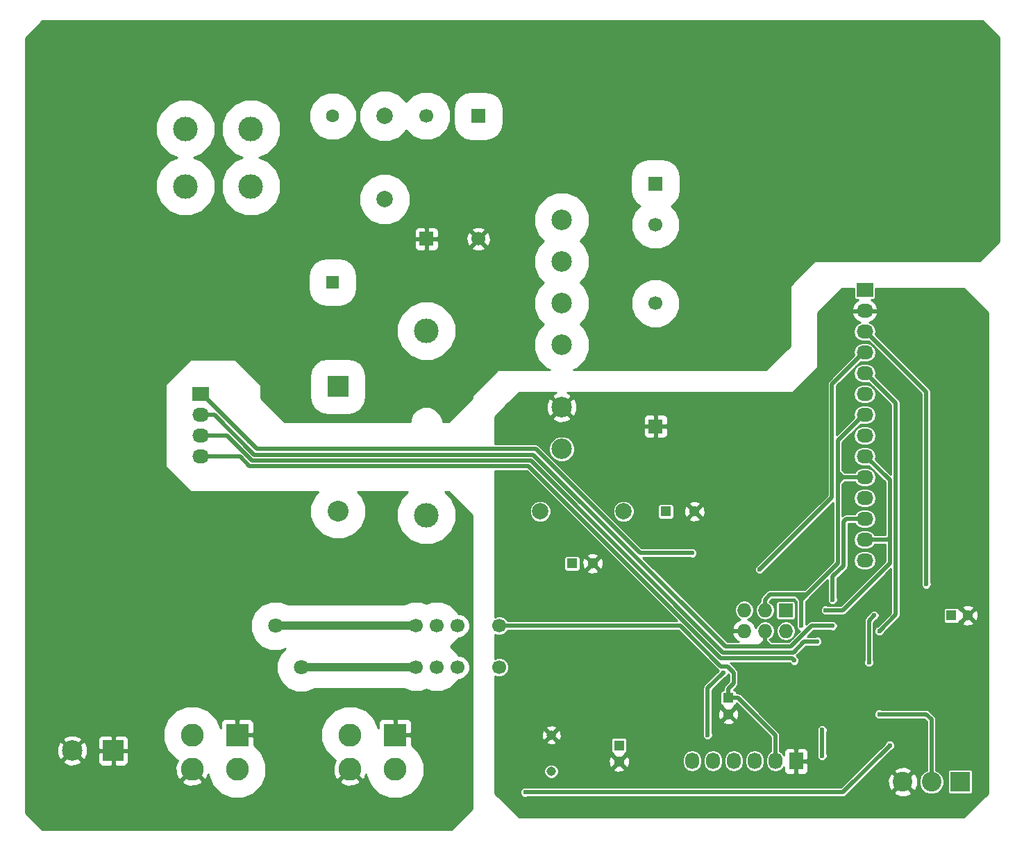
<source format=gbr>
G04 #@! TF.FileFunction,Copper,L2,Bot,Signal*
%FSLAX46Y46*%
G04 Gerber Fmt 4.6, Leading zero omitted, Abs format (unit mm)*
G04 Created by KiCad (PCBNEW 4.0.4+dfsg1-stable) date Sun Aug 20 17:43:16 2017*
%MOMM*%
%LPD*%
G01*
G04 APERTURE LIST*
%ADD10C,0.100000*%
%ADD11R,1.300000X1.300000*%
%ADD12C,1.300000*%
%ADD13R,1.700000X1.700000*%
%ADD14C,1.700000*%
%ADD15C,1.998980*%
%ADD16C,1.143000*%
%ADD17R,1.727200X1.727200*%
%ADD18O,1.727200X1.727200*%
%ADD19R,1.727200X2.032000*%
%ADD20O,1.727200X2.032000*%
%ADD21R,2.032000X1.727200*%
%ADD22O,2.032000X1.727200*%
%ADD23C,2.540000*%
%ADD24R,2.540000X2.540000*%
%ADD25C,2.400000*%
%ADD26R,2.400000X2.400000*%
%ADD27R,1.600000X1.600000*%
%ADD28C,1.600000*%
%ADD29C,3.000000*%
%ADD30R,2.800000X2.800000*%
%ADD31C,2.800000*%
%ADD32R,2.500000X2.500000*%
%ADD33C,2.500000*%
%ADD34C,1.800000*%
%ADD35C,0.600000*%
%ADD36C,1.000000*%
%ADD37C,0.500000*%
%ADD38C,0.254000*%
G04 APERTURE END LIST*
D10*
D11*
X193580000Y-123190000D03*
D12*
X195580000Y-123190000D03*
D11*
X153035000Y-139065000D03*
D12*
X153035000Y-141065000D03*
D13*
X129540000Y-77230000D03*
D14*
X129540000Y-62230000D03*
D13*
X135890000Y-62230000D03*
D14*
X135890000Y-77230000D03*
D11*
X166370000Y-133255000D03*
D12*
X166370000Y-135255000D03*
D14*
X157480000Y-75485000D03*
D13*
X157480000Y-70485000D03*
X157480000Y-100103975D03*
D14*
X157480000Y-85103975D03*
D12*
X162250000Y-110490000D03*
D11*
X158750000Y-110490000D03*
D12*
X149820000Y-116840000D03*
D11*
X147320000Y-116840000D03*
D15*
X153591260Y-110490000D03*
X143431260Y-110490000D03*
D16*
X144780000Y-142240000D03*
X144780000Y-137795000D03*
D17*
X173355000Y-122555000D03*
D18*
X173355000Y-125095000D03*
X170815000Y-122555000D03*
X170815000Y-125095000D03*
X168275000Y-122555000D03*
X168275000Y-125095000D03*
D19*
X174625000Y-140970000D03*
D20*
X172085000Y-140970000D03*
X169545000Y-140970000D03*
X167005000Y-140970000D03*
X164465000Y-140970000D03*
X161925000Y-140970000D03*
D21*
X183000000Y-83470000D03*
D22*
X183000000Y-86010000D03*
X183000000Y-88550000D03*
X183000000Y-91090000D03*
X183000000Y-93630000D03*
X183000000Y-96170000D03*
X183000000Y-98710000D03*
X183000000Y-101250000D03*
X183000000Y-103790000D03*
X183000000Y-106330000D03*
X183000000Y-108870000D03*
X183000000Y-111410000D03*
X183000000Y-113950000D03*
X183000000Y-116490000D03*
D21*
X102000000Y-96170000D03*
D22*
X102000000Y-98710000D03*
X102000000Y-101250000D03*
X102000000Y-103790000D03*
D14*
X138430000Y-129540000D03*
X138430000Y-124460000D03*
X133350000Y-124460000D03*
X130810000Y-124460000D03*
X128270000Y-124460000D03*
X133350000Y-129540000D03*
X130810000Y-129540000D03*
X128270000Y-129540000D03*
D23*
X118745000Y-110490000D03*
D24*
X118745000Y-95250000D03*
D25*
X191135000Y-143510000D03*
X187635000Y-143510000D03*
D26*
X194635000Y-143510000D03*
D27*
X118110000Y-82530000D03*
D28*
X118110000Y-62230000D03*
D15*
X124460000Y-72390000D03*
X124460000Y-62230000D03*
D29*
X108140000Y-63810000D03*
X100140000Y-63810000D03*
X100140000Y-70810000D03*
X108140000Y-70810000D03*
X129540000Y-110945000D03*
X129540000Y-88445000D03*
D30*
X106465000Y-137795000D03*
D31*
X106465000Y-141995000D03*
X100965000Y-137795000D03*
X100965000Y-141995000D03*
D30*
X125730000Y-137795000D03*
D31*
X125730000Y-141995000D03*
X120230000Y-137795000D03*
X120230000Y-141995000D03*
D32*
X91360000Y-139700000D03*
D33*
X86360000Y-139700000D03*
X146050000Y-90170000D03*
X146050000Y-74930000D03*
X146050000Y-85090000D03*
X146050000Y-80010000D03*
X146050000Y-97790000D03*
X146050000Y-102870000D03*
D34*
X111125000Y-124460000D03*
X114300000Y-129540000D03*
D35*
X183515000Y-128905000D03*
X184150000Y-123190000D03*
X177800000Y-137160000D03*
X177800000Y-140335000D03*
X163830000Y-137795000D03*
X165735000Y-130175000D03*
X170180000Y-117570000D03*
X141605000Y-144780000D03*
X186055000Y-139065000D03*
X184785000Y-125095000D03*
X190500000Y-119380000D03*
X161925000Y-115570000D03*
X179070000Y-121285000D03*
X179070000Y-124460000D03*
X178244500Y-122555000D03*
X177165000Y-126365000D03*
X174412169Y-128692169D03*
X175260000Y-124460000D03*
X184785000Y-135255000D03*
D36*
X111125000Y-124460000D02*
X124460000Y-124460000D01*
X124460000Y-124460000D02*
X128270000Y-124460000D01*
X128270000Y-129540000D02*
X114300000Y-129540000D01*
D37*
X172085000Y-140970000D02*
X172085000Y-137820000D01*
X172085000Y-137820000D02*
X167520000Y-133255000D01*
X167520000Y-133255000D02*
X166370000Y-133255000D01*
X165470150Y-129424999D02*
X166254999Y-129424999D01*
X166254999Y-129424999D02*
X167005000Y-130175000D01*
X167005000Y-131470000D02*
X167005000Y-130175000D01*
X166370000Y-129540000D02*
X167005000Y-130175000D01*
X166370000Y-133255000D02*
X166370000Y-132105000D01*
X166370000Y-132105000D02*
X167005000Y-131470000D01*
X165470150Y-129424999D02*
X160505152Y-124460001D01*
X160505152Y-124460001D02*
X138430000Y-124460000D01*
X183515000Y-128905000D02*
X183515000Y-123825000D01*
X183515000Y-123825000D02*
X184150000Y-123190000D01*
X177800000Y-140335000D02*
X177800000Y-137160000D01*
X170180000Y-117570000D02*
X179004990Y-108745010D01*
X179004990Y-108745010D02*
X179004990Y-94932610D01*
X179004990Y-94932610D02*
X182847600Y-91090000D01*
X182847600Y-91090000D02*
X183000000Y-91090000D01*
X165735000Y-130175000D02*
X163830000Y-132080000D01*
X163830000Y-132080000D02*
X163830000Y-137795000D01*
X180340000Y-144780000D02*
X141605000Y-144780000D01*
X186055000Y-139065000D02*
X180340000Y-144780000D01*
X183000000Y-93630000D02*
X183152400Y-93630000D01*
X183152400Y-93630000D02*
X186755010Y-97232610D01*
X186755010Y-97232610D02*
X186755010Y-123124990D01*
X186755010Y-123124990D02*
X184785000Y-125095000D01*
X190500000Y-119380000D02*
X190500000Y-98425000D01*
X183000000Y-88550000D02*
X183152400Y-88550000D01*
X183152400Y-88550000D02*
X190500000Y-95897600D01*
X190500000Y-95897600D02*
X190500000Y-98425000D01*
X161925000Y-115570000D02*
X155575000Y-115570000D01*
X155575000Y-115570000D02*
X142875000Y-102870000D01*
X142875000Y-102870000D02*
X108852400Y-102870000D01*
X108852400Y-102870000D02*
X107582400Y-101600000D01*
X102152400Y-96170000D02*
X107582400Y-101600000D01*
X107582400Y-101600000D02*
X107950000Y-101967600D01*
X102000000Y-96170000D02*
X102152400Y-96170000D01*
X179070000Y-121285000D02*
X179070000Y-118464963D01*
X183000000Y-111410000D02*
X180755010Y-111410000D01*
X180755010Y-111410000D02*
X180405010Y-111760000D01*
X180405010Y-111760000D02*
X180405010Y-117129953D01*
X180405010Y-117129953D02*
X179070000Y-118464963D01*
X177800000Y-124460000D02*
X179070000Y-124460000D01*
X176530000Y-124460000D02*
X177800000Y-124460000D01*
X173355000Y-127000000D02*
X173990000Y-127000000D01*
X173990000Y-127000000D02*
X176530000Y-124460000D01*
X102000000Y-98710000D02*
X103702444Y-98710000D01*
X166015038Y-127000000D02*
X168910000Y-127000000D01*
X103702444Y-98710000D02*
X108562447Y-103570010D01*
X108562447Y-103570010D02*
X142585048Y-103570010D01*
X142585048Y-103570010D02*
X166015038Y-127000000D01*
X168910000Y-127000000D02*
X170180000Y-127000000D01*
X170180000Y-127000000D02*
X170815000Y-127000000D01*
X170815000Y-127000000D02*
X172085000Y-127000000D01*
X170815000Y-126365000D02*
X170815000Y-127000000D01*
X171450000Y-127000000D02*
X172085000Y-127000000D01*
X172085000Y-127000000D02*
X173355000Y-127000000D01*
X172720000Y-127000000D02*
X173355000Y-127000000D01*
X170815000Y-126365000D02*
X171450000Y-127000000D01*
X170180000Y-127000000D02*
X170815000Y-126365000D01*
X170815000Y-126365000D02*
X170815000Y-125095000D01*
X186055000Y-113665000D02*
X186055000Y-107950000D01*
X183000000Y-103790000D02*
X183152400Y-103790000D01*
X183152400Y-103790000D02*
X186055000Y-106692600D01*
X186055000Y-106692600D02*
X186055000Y-107950000D01*
X186055000Y-113665000D02*
X186055000Y-116840000D01*
X178244500Y-122555000D02*
X180340000Y-122555000D01*
X180340000Y-122555000D02*
X186055000Y-116840000D01*
X183000000Y-113950000D02*
X185770000Y-113950000D01*
X185770000Y-113950000D02*
X186055000Y-113665000D01*
X102000000Y-101250000D02*
X105252475Y-101250000D01*
X105252475Y-101250000D02*
X108272494Y-104270020D01*
X108272494Y-104270020D02*
X142295096Y-104270020D01*
X142295096Y-104270020D02*
X165725086Y-127700010D01*
X165725086Y-127700010D02*
X174279953Y-127700010D01*
X174279953Y-127700010D02*
X175614963Y-126365000D01*
X175614963Y-126365000D02*
X176249962Y-126365000D01*
X176249962Y-126365000D02*
X177165000Y-126365000D01*
X179705000Y-104775000D02*
X179705000Y-103505000D01*
X183000000Y-98710000D02*
X182847600Y-98710000D01*
X182847600Y-98710000D02*
X179705000Y-101852600D01*
X179705000Y-101852600D02*
X179705000Y-103505000D01*
X175260000Y-120650000D02*
X175895000Y-120650000D01*
X174625000Y-120650000D02*
X175260000Y-120650000D01*
X175260000Y-120650000D02*
X175260000Y-121285000D01*
X179705000Y-116840000D02*
X175895000Y-120650000D01*
X175895000Y-120650000D02*
X175260000Y-121285000D01*
X179705000Y-116840000D02*
X179705000Y-107315000D01*
X179705000Y-107315000D02*
X179705000Y-106680000D01*
X180340000Y-106330000D02*
X179705000Y-106965000D01*
X179705000Y-106965000D02*
X179705000Y-107315000D01*
X179705000Y-106045000D02*
X179705000Y-104775000D01*
X180340000Y-106330000D02*
X179705000Y-105695000D01*
X179705000Y-105695000D02*
X179705000Y-104775000D01*
X180340000Y-106330000D02*
X180055000Y-106330000D01*
X183000000Y-106330000D02*
X180340000Y-106330000D01*
X179705000Y-106680000D02*
X179705000Y-106045000D01*
X179990000Y-106330000D02*
X179705000Y-106045000D01*
X180340000Y-106330000D02*
X179990000Y-106330000D01*
X180055000Y-106330000D02*
X179705000Y-106680000D01*
X183000000Y-106330000D02*
X180625000Y-106330000D01*
X174412169Y-128692169D02*
X174120020Y-128400020D01*
X174120020Y-128400020D02*
X165435133Y-128400020D01*
X142005144Y-104970030D02*
X165435133Y-128400020D01*
X107982541Y-104970030D02*
X142005144Y-104970030D01*
X106802513Y-103790000D02*
X107982541Y-104970030D01*
X102000000Y-103790000D02*
X106802513Y-103790000D01*
X171450000Y-120650000D02*
X170815000Y-121285000D01*
X170815000Y-121285000D02*
X170815000Y-122555000D01*
X174625000Y-120650000D02*
X171450000Y-120650000D01*
X175260000Y-121285000D02*
X174625000Y-120650000D01*
X175260000Y-124460000D02*
X175260000Y-121285000D01*
X191135000Y-135890000D02*
X190500000Y-135255000D01*
X190500000Y-135255000D02*
X184785000Y-135255000D01*
X191135000Y-143510000D02*
X191135000Y-135890000D01*
D38*
G36*
X199352500Y-52672106D02*
X199352500Y-77502894D01*
X196972394Y-79883000D01*
X176990000Y-79883000D01*
X176940590Y-79893006D01*
X176900197Y-79920197D01*
X173900197Y-82920197D01*
X173872334Y-82962211D01*
X173863000Y-83010000D01*
X173863000Y-90292394D01*
X170937394Y-93218000D01*
X147516436Y-93218000D01*
X147960418Y-93034550D01*
X148911212Y-92085414D01*
X149426412Y-90844674D01*
X149427585Y-89501220D01*
X148914550Y-88259582D01*
X148285801Y-87629735D01*
X148911212Y-87005414D01*
X149426412Y-85764674D01*
X149426474Y-85693539D01*
X154502484Y-85693539D01*
X154954751Y-86788107D01*
X155791463Y-87626281D01*
X156885240Y-88080457D01*
X158069564Y-88081491D01*
X159164132Y-87629224D01*
X160002306Y-86792512D01*
X160456482Y-85698735D01*
X160457516Y-84514411D01*
X160005249Y-83419843D01*
X159168537Y-82581669D01*
X158074760Y-82127493D01*
X156890436Y-82126459D01*
X155795868Y-82578726D01*
X154957694Y-83415438D01*
X154503518Y-84509215D01*
X154502484Y-85693539D01*
X149426474Y-85693539D01*
X149427585Y-84421220D01*
X148914550Y-83179582D01*
X148285801Y-82549735D01*
X148911212Y-81925414D01*
X149426412Y-80684674D01*
X149427585Y-79341220D01*
X148914550Y-78099582D01*
X148285801Y-77469735D01*
X148911212Y-76845414D01*
X149426412Y-75604674D01*
X149427585Y-74261220D01*
X148914550Y-73019582D01*
X147965414Y-72068788D01*
X146724674Y-71553588D01*
X145381220Y-71552415D01*
X144139582Y-72065450D01*
X143188788Y-73014586D01*
X142673588Y-74255326D01*
X142672415Y-75598780D01*
X143185450Y-76840418D01*
X143814199Y-77470265D01*
X143188788Y-78094586D01*
X142673588Y-79335326D01*
X142672415Y-80678780D01*
X143185450Y-81920418D01*
X143814199Y-82550265D01*
X143188788Y-83174586D01*
X142673588Y-84415326D01*
X142672415Y-85758780D01*
X143185450Y-87000418D01*
X143814199Y-87630265D01*
X143188788Y-88254586D01*
X142673588Y-89495326D01*
X142672415Y-90838780D01*
X143185450Y-92080418D01*
X144134586Y-93031212D01*
X144584422Y-93218000D01*
X138255000Y-93218000D01*
X138205590Y-93228006D01*
X138165197Y-93255197D01*
X135165197Y-96255197D01*
X135137334Y-96297211D01*
X135128000Y-96345000D01*
X135128000Y-96642394D01*
X132202394Y-99568000D01*
X131525111Y-99568000D01*
X131525343Y-99301891D01*
X131223782Y-98572057D01*
X130665880Y-98013181D01*
X129936573Y-97710346D01*
X129146891Y-97709657D01*
X128417057Y-98011218D01*
X127858181Y-98569120D01*
X127555346Y-99298427D01*
X127555111Y-99568000D01*
X112272606Y-99568000D01*
X109347000Y-96642394D01*
X109347000Y-95075000D01*
X109336994Y-95025590D01*
X109309803Y-94985197D01*
X108304606Y-93980000D01*
X115306330Y-93980000D01*
X115306330Y-96520000D01*
X115454644Y-97308219D01*
X115920480Y-98032150D01*
X116631266Y-98517809D01*
X117475000Y-98688670D01*
X120015000Y-98688670D01*
X120803219Y-98540356D01*
X121527150Y-98074520D01*
X122012809Y-97363734D01*
X122183670Y-96520000D01*
X122183670Y-93980000D01*
X122035356Y-93191781D01*
X121569520Y-92467850D01*
X120858734Y-91982191D01*
X120015000Y-91811330D01*
X117475000Y-91811330D01*
X116686781Y-91959644D01*
X115962850Y-92425480D01*
X115477191Y-93136266D01*
X115306330Y-93980000D01*
X108304606Y-93980000D01*
X106309803Y-91985197D01*
X106267789Y-91957334D01*
X106220000Y-91948000D01*
X100790000Y-91948000D01*
X100740590Y-91958006D01*
X100700197Y-91985197D01*
X97700197Y-94985197D01*
X97672334Y-95027211D01*
X97663000Y-95075000D01*
X97663000Y-104950000D01*
X97673006Y-104999410D01*
X97700197Y-105039803D01*
X100700197Y-108039803D01*
X100742211Y-108067666D01*
X100790000Y-108077000D01*
X116353934Y-108077000D01*
X115866843Y-108563242D01*
X115348591Y-109811331D01*
X115347412Y-111162741D01*
X115863484Y-112411732D01*
X116818242Y-113368157D01*
X118066331Y-113886409D01*
X119417741Y-113887588D01*
X120666732Y-113371516D01*
X121623157Y-112416758D01*
X122141409Y-111168669D01*
X122142588Y-109817259D01*
X121626516Y-108568268D01*
X121136104Y-108077000D01*
X127279176Y-108077000D01*
X126466972Y-108887787D01*
X125913631Y-110220380D01*
X125912372Y-111663290D01*
X126463386Y-112996846D01*
X127482787Y-114018028D01*
X128815380Y-114571369D01*
X130258290Y-114572628D01*
X131591846Y-114021614D01*
X132613028Y-113002213D01*
X133166369Y-111669620D01*
X133167628Y-110226710D01*
X132616614Y-108893154D01*
X131801883Y-108077000D01*
X132202394Y-108077000D01*
X135128000Y-111002606D01*
X135128000Y-146807394D01*
X132582894Y-149352500D01*
X82682106Y-149352500D01*
X80647500Y-147317894D01*
X80647500Y-143436724D01*
X99702882Y-143436724D01*
X99850455Y-143745106D01*
X100605031Y-144038405D01*
X101414409Y-144020614D01*
X102079545Y-143745106D01*
X102227118Y-143436724D01*
X100965000Y-142174605D01*
X99702882Y-143436724D01*
X80647500Y-143436724D01*
X80647500Y-141033320D01*
X85206285Y-141033320D01*
X85335533Y-141326123D01*
X86035806Y-141594388D01*
X86785435Y-141574250D01*
X87384467Y-141326123D01*
X87513715Y-141033320D01*
X86360000Y-139879605D01*
X85206285Y-141033320D01*
X80647500Y-141033320D01*
X80647500Y-139375806D01*
X84465612Y-139375806D01*
X84485750Y-140125435D01*
X84733877Y-140724467D01*
X85026680Y-140853715D01*
X86180395Y-139700000D01*
X86539605Y-139700000D01*
X87693320Y-140853715D01*
X87986123Y-140724467D01*
X88254388Y-140024194D01*
X88253356Y-139985750D01*
X89475000Y-139985750D01*
X89475000Y-141076310D01*
X89571673Y-141309699D01*
X89750302Y-141488327D01*
X89983691Y-141585000D01*
X91074250Y-141585000D01*
X91233000Y-141426250D01*
X91233000Y-139827000D01*
X91487000Y-139827000D01*
X91487000Y-141426250D01*
X91645750Y-141585000D01*
X92736309Y-141585000D01*
X92969698Y-141488327D01*
X93148327Y-141309699D01*
X93245000Y-141076310D01*
X93245000Y-139985750D01*
X93086250Y-139827000D01*
X91487000Y-139827000D01*
X91233000Y-139827000D01*
X89633750Y-139827000D01*
X89475000Y-139985750D01*
X88253356Y-139985750D01*
X88234250Y-139274565D01*
X87986123Y-138675533D01*
X87693320Y-138546285D01*
X86539605Y-139700000D01*
X86180395Y-139700000D01*
X85026680Y-138546285D01*
X84733877Y-138675533D01*
X84465612Y-139375806D01*
X80647500Y-139375806D01*
X80647500Y-138366680D01*
X85206285Y-138366680D01*
X86360000Y-139520395D01*
X87513715Y-138366680D01*
X87494739Y-138323690D01*
X89475000Y-138323690D01*
X89475000Y-139414250D01*
X89633750Y-139573000D01*
X91233000Y-139573000D01*
X91233000Y-137973750D01*
X91487000Y-137973750D01*
X91487000Y-139573000D01*
X93086250Y-139573000D01*
X93245000Y-139414250D01*
X93245000Y-138493486D01*
X97437389Y-138493486D01*
X97973211Y-139790275D01*
X98964506Y-140783302D01*
X99212612Y-140886325D01*
X98921595Y-141635031D01*
X98939386Y-142444409D01*
X99214894Y-143109545D01*
X99523276Y-143257118D01*
X100785395Y-141995000D01*
X100771253Y-141980858D01*
X100950858Y-141801253D01*
X100965000Y-141815395D01*
X100979143Y-141801253D01*
X101158748Y-141980858D01*
X101144605Y-141995000D01*
X102406724Y-143257118D01*
X102715106Y-143109545D01*
X102937525Y-142537322D01*
X102937389Y-142693486D01*
X103473211Y-143990275D01*
X104464506Y-144983302D01*
X105760358Y-145521386D01*
X107163486Y-145522611D01*
X108460275Y-144986789D01*
X109453302Y-143995494D01*
X109685323Y-143436724D01*
X118967882Y-143436724D01*
X119115455Y-143745106D01*
X119870031Y-144038405D01*
X120679409Y-144020614D01*
X121344545Y-143745106D01*
X121492118Y-143436724D01*
X120230000Y-142174605D01*
X118967882Y-143436724D01*
X109685323Y-143436724D01*
X109991386Y-142699642D01*
X109992611Y-141296514D01*
X109456789Y-139999725D01*
X108500000Y-139041264D01*
X108500000Y-138493486D01*
X116702389Y-138493486D01*
X117238211Y-139790275D01*
X118229506Y-140783302D01*
X118477612Y-140886325D01*
X118186595Y-141635031D01*
X118204386Y-142444409D01*
X118479894Y-143109545D01*
X118788276Y-143257118D01*
X120050395Y-141995000D01*
X120036253Y-141980858D01*
X120215858Y-141801253D01*
X120230000Y-141815395D01*
X120244143Y-141801253D01*
X120423748Y-141980858D01*
X120409605Y-141995000D01*
X121671724Y-143257118D01*
X121980106Y-143109545D01*
X122202525Y-142537322D01*
X122202389Y-142693486D01*
X122738211Y-143990275D01*
X123729506Y-144983302D01*
X125025358Y-145521386D01*
X126428486Y-145522611D01*
X127725275Y-144986789D01*
X128718302Y-143995494D01*
X129256386Y-142699642D01*
X129257611Y-141296514D01*
X128721789Y-139999725D01*
X127765000Y-139041264D01*
X127765000Y-138080750D01*
X127606250Y-137922000D01*
X125857000Y-137922000D01*
X125857000Y-137942000D01*
X125603000Y-137942000D01*
X125603000Y-137922000D01*
X125583000Y-137922000D01*
X125583000Y-137668000D01*
X125603000Y-137668000D01*
X125603000Y-135918750D01*
X125857000Y-135918750D01*
X125857000Y-137668000D01*
X127606250Y-137668000D01*
X127765000Y-137509250D01*
X127765000Y-136268691D01*
X127668327Y-136035302D01*
X127489699Y-135856673D01*
X127256310Y-135760000D01*
X126015750Y-135760000D01*
X125857000Y-135918750D01*
X125603000Y-135918750D01*
X125444250Y-135760000D01*
X124203690Y-135760000D01*
X123970301Y-135856673D01*
X123791673Y-136035302D01*
X123695000Y-136268691D01*
X123695000Y-136944984D01*
X123221789Y-135799725D01*
X122230494Y-134806698D01*
X120934642Y-134268614D01*
X119531514Y-134267389D01*
X118234725Y-134803211D01*
X117241698Y-135794506D01*
X116703614Y-137090358D01*
X116702389Y-138493486D01*
X108500000Y-138493486D01*
X108500000Y-138080750D01*
X108341250Y-137922000D01*
X106592000Y-137922000D01*
X106592000Y-137942000D01*
X106338000Y-137942000D01*
X106338000Y-137922000D01*
X106318000Y-137922000D01*
X106318000Y-137668000D01*
X106338000Y-137668000D01*
X106338000Y-135918750D01*
X106592000Y-135918750D01*
X106592000Y-137668000D01*
X108341250Y-137668000D01*
X108500000Y-137509250D01*
X108500000Y-136268691D01*
X108403327Y-136035302D01*
X108224699Y-135856673D01*
X107991310Y-135760000D01*
X106750750Y-135760000D01*
X106592000Y-135918750D01*
X106338000Y-135918750D01*
X106179250Y-135760000D01*
X104938690Y-135760000D01*
X104705301Y-135856673D01*
X104526673Y-136035302D01*
X104430000Y-136268691D01*
X104430000Y-136944984D01*
X103956789Y-135799725D01*
X102965494Y-134806698D01*
X101669642Y-134268614D01*
X100266514Y-134267389D01*
X98969725Y-134803211D01*
X97976698Y-135794506D01*
X97438614Y-137090358D01*
X97437389Y-138493486D01*
X93245000Y-138493486D01*
X93245000Y-138323690D01*
X93148327Y-138090301D01*
X92969698Y-137911673D01*
X92736309Y-137815000D01*
X91645750Y-137815000D01*
X91487000Y-137973750D01*
X91233000Y-137973750D01*
X91074250Y-137815000D01*
X89983691Y-137815000D01*
X89750302Y-137911673D01*
X89571673Y-138090301D01*
X89475000Y-138323690D01*
X87494739Y-138323690D01*
X87384467Y-138073877D01*
X86684194Y-137805612D01*
X85934565Y-137825750D01*
X85335533Y-138073877D01*
X85206285Y-138366680D01*
X80647500Y-138366680D01*
X80647500Y-125059466D01*
X108097476Y-125059466D01*
X108557338Y-126172417D01*
X109408104Y-127024669D01*
X110520251Y-127486473D01*
X111724466Y-127487524D01*
X112316582Y-127242867D01*
X111735331Y-127823104D01*
X111273527Y-128935251D01*
X111272476Y-130139466D01*
X111732338Y-131252417D01*
X112583104Y-132104669D01*
X113695251Y-132566473D01*
X114899466Y-132567524D01*
X115868808Y-132167000D01*
X126833594Y-132167000D01*
X127675240Y-132516482D01*
X128859564Y-132517516D01*
X129540323Y-132236232D01*
X130215240Y-132516482D01*
X131399564Y-132517516D01*
X132494132Y-132065249D01*
X133332306Y-131228537D01*
X133416798Y-131025059D01*
X133644089Y-131025257D01*
X134190086Y-130799656D01*
X134608188Y-130382283D01*
X134834742Y-129836681D01*
X134835257Y-129245911D01*
X134609656Y-128699914D01*
X134192283Y-128281812D01*
X133646681Y-128055258D01*
X133417553Y-128055058D01*
X133335249Y-127855868D01*
X132498537Y-127017694D01*
X132457175Y-127000519D01*
X132494132Y-126985249D01*
X133332306Y-126148537D01*
X133416798Y-125945059D01*
X133644089Y-125945257D01*
X134190086Y-125719656D01*
X134608188Y-125302283D01*
X134834742Y-124756681D01*
X134835257Y-124165911D01*
X134609656Y-123619914D01*
X134192283Y-123201812D01*
X133646681Y-122975258D01*
X133417553Y-122975058D01*
X133335249Y-122775868D01*
X132498537Y-121937694D01*
X131404760Y-121483518D01*
X130220436Y-121482484D01*
X129539677Y-121763768D01*
X128864760Y-121483518D01*
X127680436Y-121482484D01*
X126832124Y-121833000D01*
X112691786Y-121833000D01*
X111729749Y-121433527D01*
X110525534Y-121432476D01*
X109412583Y-121892338D01*
X108560331Y-122743104D01*
X108098527Y-123855251D01*
X108097476Y-125059466D01*
X80647500Y-125059466D01*
X80647500Y-89163290D01*
X125912372Y-89163290D01*
X126463386Y-90496846D01*
X127482787Y-91518028D01*
X128815380Y-92071369D01*
X130258290Y-92072628D01*
X131591846Y-91521614D01*
X132613028Y-90502213D01*
X133166369Y-89169620D01*
X133167628Y-87726710D01*
X132616614Y-86393154D01*
X131597213Y-85371972D01*
X130264620Y-84818631D01*
X128821710Y-84817372D01*
X127488154Y-85368386D01*
X126466972Y-86387787D01*
X125913631Y-87720380D01*
X125912372Y-89163290D01*
X80647500Y-89163290D01*
X80647500Y-81730000D01*
X115141330Y-81730000D01*
X115141330Y-83330000D01*
X115289644Y-84118219D01*
X115755480Y-84842150D01*
X116466266Y-85327809D01*
X117310000Y-85498670D01*
X118910000Y-85498670D01*
X119698219Y-85350356D01*
X120422150Y-84884520D01*
X120907809Y-84173734D01*
X121078670Y-83330000D01*
X121078670Y-81730000D01*
X120930356Y-80941781D01*
X120464520Y-80217850D01*
X119753734Y-79732191D01*
X118910000Y-79561330D01*
X117310000Y-79561330D01*
X116521781Y-79709644D01*
X115797850Y-80175480D01*
X115312191Y-80886266D01*
X115141330Y-81730000D01*
X80647500Y-81730000D01*
X80647500Y-77515750D01*
X128055000Y-77515750D01*
X128055000Y-78206309D01*
X128151673Y-78439698D01*
X128330301Y-78618327D01*
X128563690Y-78715000D01*
X129254250Y-78715000D01*
X129413000Y-78556250D01*
X129413000Y-77357000D01*
X129667000Y-77357000D01*
X129667000Y-78556250D01*
X129825750Y-78715000D01*
X130516310Y-78715000D01*
X130749699Y-78618327D01*
X130928327Y-78439698D01*
X130996978Y-78273958D01*
X135025647Y-78273958D01*
X135105920Y-78525259D01*
X135661279Y-78726718D01*
X136251458Y-78700315D01*
X136674080Y-78525259D01*
X136754353Y-78273958D01*
X135890000Y-77409605D01*
X135025647Y-78273958D01*
X130996978Y-78273958D01*
X131025000Y-78206309D01*
X131025000Y-77515750D01*
X130866250Y-77357000D01*
X129667000Y-77357000D01*
X129413000Y-77357000D01*
X128213750Y-77357000D01*
X128055000Y-77515750D01*
X80647500Y-77515750D01*
X80647500Y-76253691D01*
X128055000Y-76253691D01*
X128055000Y-76944250D01*
X128213750Y-77103000D01*
X129413000Y-77103000D01*
X129413000Y-75903750D01*
X129667000Y-75903750D01*
X129667000Y-77103000D01*
X130866250Y-77103000D01*
X130967971Y-77001279D01*
X134393282Y-77001279D01*
X134419685Y-77591458D01*
X134594741Y-78014080D01*
X134846042Y-78094353D01*
X135710395Y-77230000D01*
X136069605Y-77230000D01*
X136933958Y-78094353D01*
X137185259Y-78014080D01*
X137386718Y-77458721D01*
X137360315Y-76868542D01*
X137185259Y-76445920D01*
X136933958Y-76365647D01*
X136069605Y-77230000D01*
X135710395Y-77230000D01*
X134846042Y-76365647D01*
X134594741Y-76445920D01*
X134393282Y-77001279D01*
X130967971Y-77001279D01*
X131025000Y-76944250D01*
X131025000Y-76253691D01*
X130996979Y-76186042D01*
X135025647Y-76186042D01*
X135890000Y-77050395D01*
X136754353Y-76186042D01*
X136674080Y-75934741D01*
X136118721Y-75733282D01*
X135528542Y-75759685D01*
X135105920Y-75934741D01*
X135025647Y-76186042D01*
X130996979Y-76186042D01*
X130928327Y-76020302D01*
X130749699Y-75841673D01*
X130516310Y-75745000D01*
X129825750Y-75745000D01*
X129667000Y-75903750D01*
X129413000Y-75903750D01*
X129254250Y-75745000D01*
X128563690Y-75745000D01*
X128330301Y-75841673D01*
X128151673Y-76020302D01*
X128055000Y-76253691D01*
X80647500Y-76253691D01*
X80647500Y-64528290D01*
X96512372Y-64528290D01*
X97063386Y-65861846D01*
X98082787Y-66883028D01*
X99111936Y-67310368D01*
X98088154Y-67733386D01*
X97066972Y-68752787D01*
X96513631Y-70085380D01*
X96512372Y-71528290D01*
X97063386Y-72861846D01*
X98082787Y-73883028D01*
X99415380Y-74436369D01*
X100858290Y-74437628D01*
X102191846Y-73886614D01*
X103213028Y-72867213D01*
X103766369Y-71534620D01*
X103767628Y-70091710D01*
X103216614Y-68758154D01*
X102197213Y-67736972D01*
X101168064Y-67309632D01*
X102191846Y-66886614D01*
X103213028Y-65867213D01*
X103766369Y-64534620D01*
X103766374Y-64528290D01*
X104512372Y-64528290D01*
X105063386Y-65861846D01*
X106082787Y-66883028D01*
X107111936Y-67310368D01*
X106088154Y-67733386D01*
X105066972Y-68752787D01*
X104513631Y-70085380D01*
X104512372Y-71528290D01*
X105063386Y-72861846D01*
X106082787Y-73883028D01*
X107415380Y-74436369D01*
X108858290Y-74437628D01*
X110191846Y-73886614D01*
X111070823Y-73009169D01*
X121332968Y-73009169D01*
X121807945Y-74158701D01*
X122686673Y-75038964D01*
X123835374Y-75515947D01*
X125079169Y-75517032D01*
X126228701Y-75042055D01*
X127108964Y-74163327D01*
X127585947Y-73014626D01*
X127587032Y-71770831D01*
X127112055Y-70621299D01*
X126233327Y-69741036D01*
X125977965Y-69635000D01*
X154461330Y-69635000D01*
X154461330Y-71335000D01*
X154609644Y-72123219D01*
X155075480Y-72847150D01*
X155570110Y-73185116D01*
X154957694Y-73796463D01*
X154503518Y-74890240D01*
X154502484Y-76074564D01*
X154954751Y-77169132D01*
X155791463Y-78007306D01*
X156885240Y-78461482D01*
X158069564Y-78462516D01*
X159164132Y-78010249D01*
X160002306Y-77173537D01*
X160456482Y-76079760D01*
X160457516Y-74895436D01*
X160005249Y-73800868D01*
X159387524Y-73182063D01*
X159842150Y-72889520D01*
X160327809Y-72178734D01*
X160498670Y-71335000D01*
X160498670Y-69635000D01*
X160350356Y-68846781D01*
X159884520Y-68122850D01*
X159173734Y-67637191D01*
X158330000Y-67466330D01*
X156630000Y-67466330D01*
X155841781Y-67614644D01*
X155117850Y-68080480D01*
X154632191Y-68791266D01*
X154461330Y-69635000D01*
X125977965Y-69635000D01*
X125084626Y-69264053D01*
X123840831Y-69262968D01*
X122691299Y-69737945D01*
X121811036Y-70616673D01*
X121334053Y-71765374D01*
X121332968Y-73009169D01*
X111070823Y-73009169D01*
X111213028Y-72867213D01*
X111766369Y-71534620D01*
X111767628Y-70091710D01*
X111216614Y-68758154D01*
X110197213Y-67736972D01*
X109168064Y-67309632D01*
X110191846Y-66886614D01*
X111213028Y-65867213D01*
X111766369Y-64534620D01*
X111767628Y-63091710D01*
X111651089Y-62809662D01*
X115182493Y-62809662D01*
X115627164Y-63885846D01*
X116449823Y-64709943D01*
X117525229Y-65156490D01*
X118689662Y-65157507D01*
X119765846Y-64712836D01*
X120589943Y-63890177D01*
X121022206Y-62849169D01*
X121332968Y-62849169D01*
X121807945Y-63998701D01*
X122686673Y-64878964D01*
X123835374Y-65355947D01*
X125079169Y-65357032D01*
X126228701Y-64882055D01*
X127106373Y-64005914D01*
X127851463Y-64752306D01*
X128945240Y-65206482D01*
X130129564Y-65207516D01*
X131224132Y-64755249D01*
X132062306Y-63918537D01*
X132516482Y-62824760D01*
X132517516Y-61640436D01*
X132409906Y-61380000D01*
X132871330Y-61380000D01*
X132871330Y-63080000D01*
X133019644Y-63868219D01*
X133485480Y-64592150D01*
X134196266Y-65077809D01*
X135040000Y-65248670D01*
X136740000Y-65248670D01*
X137528219Y-65100356D01*
X138252150Y-64634520D01*
X138737809Y-63923734D01*
X138908670Y-63080000D01*
X138908670Y-61380000D01*
X138760356Y-60591781D01*
X138294520Y-59867850D01*
X137583734Y-59382191D01*
X136740000Y-59211330D01*
X135040000Y-59211330D01*
X134251781Y-59359644D01*
X133527850Y-59825480D01*
X133042191Y-60536266D01*
X132871330Y-61380000D01*
X132409906Y-61380000D01*
X132065249Y-60545868D01*
X131228537Y-59707694D01*
X130134760Y-59253518D01*
X128950436Y-59252484D01*
X127855868Y-59704751D01*
X127105039Y-60454271D01*
X126233327Y-59581036D01*
X125084626Y-59104053D01*
X123840831Y-59102968D01*
X122691299Y-59577945D01*
X121811036Y-60456673D01*
X121334053Y-61605374D01*
X121332968Y-62849169D01*
X121022206Y-62849169D01*
X121036490Y-62814771D01*
X121037507Y-61650338D01*
X120592836Y-60574154D01*
X119770177Y-59750057D01*
X118694771Y-59303510D01*
X117530338Y-59302493D01*
X116454154Y-59747164D01*
X115630057Y-60569823D01*
X115183510Y-61645229D01*
X115182493Y-62809662D01*
X111651089Y-62809662D01*
X111216614Y-61758154D01*
X110197213Y-60736972D01*
X108864620Y-60183631D01*
X107421710Y-60182372D01*
X106088154Y-60733386D01*
X105066972Y-61752787D01*
X104513631Y-63085380D01*
X104512372Y-64528290D01*
X103766374Y-64528290D01*
X103767628Y-63091710D01*
X103216614Y-61758154D01*
X102197213Y-60736972D01*
X100864620Y-60183631D01*
X99421710Y-60182372D01*
X98088154Y-60733386D01*
X97066972Y-61752787D01*
X96513631Y-63085380D01*
X96512372Y-64528290D01*
X80647500Y-64528290D01*
X80647500Y-52707106D01*
X82707106Y-50647500D01*
X197327894Y-50647500D01*
X199352500Y-52672106D01*
X199352500Y-52672106D01*
G37*
X199352500Y-52672106D02*
X199352500Y-77502894D01*
X196972394Y-79883000D01*
X176990000Y-79883000D01*
X176940590Y-79893006D01*
X176900197Y-79920197D01*
X173900197Y-82920197D01*
X173872334Y-82962211D01*
X173863000Y-83010000D01*
X173863000Y-90292394D01*
X170937394Y-93218000D01*
X147516436Y-93218000D01*
X147960418Y-93034550D01*
X148911212Y-92085414D01*
X149426412Y-90844674D01*
X149427585Y-89501220D01*
X148914550Y-88259582D01*
X148285801Y-87629735D01*
X148911212Y-87005414D01*
X149426412Y-85764674D01*
X149426474Y-85693539D01*
X154502484Y-85693539D01*
X154954751Y-86788107D01*
X155791463Y-87626281D01*
X156885240Y-88080457D01*
X158069564Y-88081491D01*
X159164132Y-87629224D01*
X160002306Y-86792512D01*
X160456482Y-85698735D01*
X160457516Y-84514411D01*
X160005249Y-83419843D01*
X159168537Y-82581669D01*
X158074760Y-82127493D01*
X156890436Y-82126459D01*
X155795868Y-82578726D01*
X154957694Y-83415438D01*
X154503518Y-84509215D01*
X154502484Y-85693539D01*
X149426474Y-85693539D01*
X149427585Y-84421220D01*
X148914550Y-83179582D01*
X148285801Y-82549735D01*
X148911212Y-81925414D01*
X149426412Y-80684674D01*
X149427585Y-79341220D01*
X148914550Y-78099582D01*
X148285801Y-77469735D01*
X148911212Y-76845414D01*
X149426412Y-75604674D01*
X149427585Y-74261220D01*
X148914550Y-73019582D01*
X147965414Y-72068788D01*
X146724674Y-71553588D01*
X145381220Y-71552415D01*
X144139582Y-72065450D01*
X143188788Y-73014586D01*
X142673588Y-74255326D01*
X142672415Y-75598780D01*
X143185450Y-76840418D01*
X143814199Y-77470265D01*
X143188788Y-78094586D01*
X142673588Y-79335326D01*
X142672415Y-80678780D01*
X143185450Y-81920418D01*
X143814199Y-82550265D01*
X143188788Y-83174586D01*
X142673588Y-84415326D01*
X142672415Y-85758780D01*
X143185450Y-87000418D01*
X143814199Y-87630265D01*
X143188788Y-88254586D01*
X142673588Y-89495326D01*
X142672415Y-90838780D01*
X143185450Y-92080418D01*
X144134586Y-93031212D01*
X144584422Y-93218000D01*
X138255000Y-93218000D01*
X138205590Y-93228006D01*
X138165197Y-93255197D01*
X135165197Y-96255197D01*
X135137334Y-96297211D01*
X135128000Y-96345000D01*
X135128000Y-96642394D01*
X132202394Y-99568000D01*
X131525111Y-99568000D01*
X131525343Y-99301891D01*
X131223782Y-98572057D01*
X130665880Y-98013181D01*
X129936573Y-97710346D01*
X129146891Y-97709657D01*
X128417057Y-98011218D01*
X127858181Y-98569120D01*
X127555346Y-99298427D01*
X127555111Y-99568000D01*
X112272606Y-99568000D01*
X109347000Y-96642394D01*
X109347000Y-95075000D01*
X109336994Y-95025590D01*
X109309803Y-94985197D01*
X108304606Y-93980000D01*
X115306330Y-93980000D01*
X115306330Y-96520000D01*
X115454644Y-97308219D01*
X115920480Y-98032150D01*
X116631266Y-98517809D01*
X117475000Y-98688670D01*
X120015000Y-98688670D01*
X120803219Y-98540356D01*
X121527150Y-98074520D01*
X122012809Y-97363734D01*
X122183670Y-96520000D01*
X122183670Y-93980000D01*
X122035356Y-93191781D01*
X121569520Y-92467850D01*
X120858734Y-91982191D01*
X120015000Y-91811330D01*
X117475000Y-91811330D01*
X116686781Y-91959644D01*
X115962850Y-92425480D01*
X115477191Y-93136266D01*
X115306330Y-93980000D01*
X108304606Y-93980000D01*
X106309803Y-91985197D01*
X106267789Y-91957334D01*
X106220000Y-91948000D01*
X100790000Y-91948000D01*
X100740590Y-91958006D01*
X100700197Y-91985197D01*
X97700197Y-94985197D01*
X97672334Y-95027211D01*
X97663000Y-95075000D01*
X97663000Y-104950000D01*
X97673006Y-104999410D01*
X97700197Y-105039803D01*
X100700197Y-108039803D01*
X100742211Y-108067666D01*
X100790000Y-108077000D01*
X116353934Y-108077000D01*
X115866843Y-108563242D01*
X115348591Y-109811331D01*
X115347412Y-111162741D01*
X115863484Y-112411732D01*
X116818242Y-113368157D01*
X118066331Y-113886409D01*
X119417741Y-113887588D01*
X120666732Y-113371516D01*
X121623157Y-112416758D01*
X122141409Y-111168669D01*
X122142588Y-109817259D01*
X121626516Y-108568268D01*
X121136104Y-108077000D01*
X127279176Y-108077000D01*
X126466972Y-108887787D01*
X125913631Y-110220380D01*
X125912372Y-111663290D01*
X126463386Y-112996846D01*
X127482787Y-114018028D01*
X128815380Y-114571369D01*
X130258290Y-114572628D01*
X131591846Y-114021614D01*
X132613028Y-113002213D01*
X133166369Y-111669620D01*
X133167628Y-110226710D01*
X132616614Y-108893154D01*
X131801883Y-108077000D01*
X132202394Y-108077000D01*
X135128000Y-111002606D01*
X135128000Y-146807394D01*
X132582894Y-149352500D01*
X82682106Y-149352500D01*
X80647500Y-147317894D01*
X80647500Y-143436724D01*
X99702882Y-143436724D01*
X99850455Y-143745106D01*
X100605031Y-144038405D01*
X101414409Y-144020614D01*
X102079545Y-143745106D01*
X102227118Y-143436724D01*
X100965000Y-142174605D01*
X99702882Y-143436724D01*
X80647500Y-143436724D01*
X80647500Y-141033320D01*
X85206285Y-141033320D01*
X85335533Y-141326123D01*
X86035806Y-141594388D01*
X86785435Y-141574250D01*
X87384467Y-141326123D01*
X87513715Y-141033320D01*
X86360000Y-139879605D01*
X85206285Y-141033320D01*
X80647500Y-141033320D01*
X80647500Y-139375806D01*
X84465612Y-139375806D01*
X84485750Y-140125435D01*
X84733877Y-140724467D01*
X85026680Y-140853715D01*
X86180395Y-139700000D01*
X86539605Y-139700000D01*
X87693320Y-140853715D01*
X87986123Y-140724467D01*
X88254388Y-140024194D01*
X88253356Y-139985750D01*
X89475000Y-139985750D01*
X89475000Y-141076310D01*
X89571673Y-141309699D01*
X89750302Y-141488327D01*
X89983691Y-141585000D01*
X91074250Y-141585000D01*
X91233000Y-141426250D01*
X91233000Y-139827000D01*
X91487000Y-139827000D01*
X91487000Y-141426250D01*
X91645750Y-141585000D01*
X92736309Y-141585000D01*
X92969698Y-141488327D01*
X93148327Y-141309699D01*
X93245000Y-141076310D01*
X93245000Y-139985750D01*
X93086250Y-139827000D01*
X91487000Y-139827000D01*
X91233000Y-139827000D01*
X89633750Y-139827000D01*
X89475000Y-139985750D01*
X88253356Y-139985750D01*
X88234250Y-139274565D01*
X87986123Y-138675533D01*
X87693320Y-138546285D01*
X86539605Y-139700000D01*
X86180395Y-139700000D01*
X85026680Y-138546285D01*
X84733877Y-138675533D01*
X84465612Y-139375806D01*
X80647500Y-139375806D01*
X80647500Y-138366680D01*
X85206285Y-138366680D01*
X86360000Y-139520395D01*
X87513715Y-138366680D01*
X87494739Y-138323690D01*
X89475000Y-138323690D01*
X89475000Y-139414250D01*
X89633750Y-139573000D01*
X91233000Y-139573000D01*
X91233000Y-137973750D01*
X91487000Y-137973750D01*
X91487000Y-139573000D01*
X93086250Y-139573000D01*
X93245000Y-139414250D01*
X93245000Y-138493486D01*
X97437389Y-138493486D01*
X97973211Y-139790275D01*
X98964506Y-140783302D01*
X99212612Y-140886325D01*
X98921595Y-141635031D01*
X98939386Y-142444409D01*
X99214894Y-143109545D01*
X99523276Y-143257118D01*
X100785395Y-141995000D01*
X100771253Y-141980858D01*
X100950858Y-141801253D01*
X100965000Y-141815395D01*
X100979143Y-141801253D01*
X101158748Y-141980858D01*
X101144605Y-141995000D01*
X102406724Y-143257118D01*
X102715106Y-143109545D01*
X102937525Y-142537322D01*
X102937389Y-142693486D01*
X103473211Y-143990275D01*
X104464506Y-144983302D01*
X105760358Y-145521386D01*
X107163486Y-145522611D01*
X108460275Y-144986789D01*
X109453302Y-143995494D01*
X109685323Y-143436724D01*
X118967882Y-143436724D01*
X119115455Y-143745106D01*
X119870031Y-144038405D01*
X120679409Y-144020614D01*
X121344545Y-143745106D01*
X121492118Y-143436724D01*
X120230000Y-142174605D01*
X118967882Y-143436724D01*
X109685323Y-143436724D01*
X109991386Y-142699642D01*
X109992611Y-141296514D01*
X109456789Y-139999725D01*
X108500000Y-139041264D01*
X108500000Y-138493486D01*
X116702389Y-138493486D01*
X117238211Y-139790275D01*
X118229506Y-140783302D01*
X118477612Y-140886325D01*
X118186595Y-141635031D01*
X118204386Y-142444409D01*
X118479894Y-143109545D01*
X118788276Y-143257118D01*
X120050395Y-141995000D01*
X120036253Y-141980858D01*
X120215858Y-141801253D01*
X120230000Y-141815395D01*
X120244143Y-141801253D01*
X120423748Y-141980858D01*
X120409605Y-141995000D01*
X121671724Y-143257118D01*
X121980106Y-143109545D01*
X122202525Y-142537322D01*
X122202389Y-142693486D01*
X122738211Y-143990275D01*
X123729506Y-144983302D01*
X125025358Y-145521386D01*
X126428486Y-145522611D01*
X127725275Y-144986789D01*
X128718302Y-143995494D01*
X129256386Y-142699642D01*
X129257611Y-141296514D01*
X128721789Y-139999725D01*
X127765000Y-139041264D01*
X127765000Y-138080750D01*
X127606250Y-137922000D01*
X125857000Y-137922000D01*
X125857000Y-137942000D01*
X125603000Y-137942000D01*
X125603000Y-137922000D01*
X125583000Y-137922000D01*
X125583000Y-137668000D01*
X125603000Y-137668000D01*
X125603000Y-135918750D01*
X125857000Y-135918750D01*
X125857000Y-137668000D01*
X127606250Y-137668000D01*
X127765000Y-137509250D01*
X127765000Y-136268691D01*
X127668327Y-136035302D01*
X127489699Y-135856673D01*
X127256310Y-135760000D01*
X126015750Y-135760000D01*
X125857000Y-135918750D01*
X125603000Y-135918750D01*
X125444250Y-135760000D01*
X124203690Y-135760000D01*
X123970301Y-135856673D01*
X123791673Y-136035302D01*
X123695000Y-136268691D01*
X123695000Y-136944984D01*
X123221789Y-135799725D01*
X122230494Y-134806698D01*
X120934642Y-134268614D01*
X119531514Y-134267389D01*
X118234725Y-134803211D01*
X117241698Y-135794506D01*
X116703614Y-137090358D01*
X116702389Y-138493486D01*
X108500000Y-138493486D01*
X108500000Y-138080750D01*
X108341250Y-137922000D01*
X106592000Y-137922000D01*
X106592000Y-137942000D01*
X106338000Y-137942000D01*
X106338000Y-137922000D01*
X106318000Y-137922000D01*
X106318000Y-137668000D01*
X106338000Y-137668000D01*
X106338000Y-135918750D01*
X106592000Y-135918750D01*
X106592000Y-137668000D01*
X108341250Y-137668000D01*
X108500000Y-137509250D01*
X108500000Y-136268691D01*
X108403327Y-136035302D01*
X108224699Y-135856673D01*
X107991310Y-135760000D01*
X106750750Y-135760000D01*
X106592000Y-135918750D01*
X106338000Y-135918750D01*
X106179250Y-135760000D01*
X104938690Y-135760000D01*
X104705301Y-135856673D01*
X104526673Y-136035302D01*
X104430000Y-136268691D01*
X104430000Y-136944984D01*
X103956789Y-135799725D01*
X102965494Y-134806698D01*
X101669642Y-134268614D01*
X100266514Y-134267389D01*
X98969725Y-134803211D01*
X97976698Y-135794506D01*
X97438614Y-137090358D01*
X97437389Y-138493486D01*
X93245000Y-138493486D01*
X93245000Y-138323690D01*
X93148327Y-138090301D01*
X92969698Y-137911673D01*
X92736309Y-137815000D01*
X91645750Y-137815000D01*
X91487000Y-137973750D01*
X91233000Y-137973750D01*
X91074250Y-137815000D01*
X89983691Y-137815000D01*
X89750302Y-137911673D01*
X89571673Y-138090301D01*
X89475000Y-138323690D01*
X87494739Y-138323690D01*
X87384467Y-138073877D01*
X86684194Y-137805612D01*
X85934565Y-137825750D01*
X85335533Y-138073877D01*
X85206285Y-138366680D01*
X80647500Y-138366680D01*
X80647500Y-125059466D01*
X108097476Y-125059466D01*
X108557338Y-126172417D01*
X109408104Y-127024669D01*
X110520251Y-127486473D01*
X111724466Y-127487524D01*
X112316582Y-127242867D01*
X111735331Y-127823104D01*
X111273527Y-128935251D01*
X111272476Y-130139466D01*
X111732338Y-131252417D01*
X112583104Y-132104669D01*
X113695251Y-132566473D01*
X114899466Y-132567524D01*
X115868808Y-132167000D01*
X126833594Y-132167000D01*
X127675240Y-132516482D01*
X128859564Y-132517516D01*
X129540323Y-132236232D01*
X130215240Y-132516482D01*
X131399564Y-132517516D01*
X132494132Y-132065249D01*
X133332306Y-131228537D01*
X133416798Y-131025059D01*
X133644089Y-131025257D01*
X134190086Y-130799656D01*
X134608188Y-130382283D01*
X134834742Y-129836681D01*
X134835257Y-129245911D01*
X134609656Y-128699914D01*
X134192283Y-128281812D01*
X133646681Y-128055258D01*
X133417553Y-128055058D01*
X133335249Y-127855868D01*
X132498537Y-127017694D01*
X132457175Y-127000519D01*
X132494132Y-126985249D01*
X133332306Y-126148537D01*
X133416798Y-125945059D01*
X133644089Y-125945257D01*
X134190086Y-125719656D01*
X134608188Y-125302283D01*
X134834742Y-124756681D01*
X134835257Y-124165911D01*
X134609656Y-123619914D01*
X134192283Y-123201812D01*
X133646681Y-122975258D01*
X133417553Y-122975058D01*
X133335249Y-122775868D01*
X132498537Y-121937694D01*
X131404760Y-121483518D01*
X130220436Y-121482484D01*
X129539677Y-121763768D01*
X128864760Y-121483518D01*
X127680436Y-121482484D01*
X126832124Y-121833000D01*
X112691786Y-121833000D01*
X111729749Y-121433527D01*
X110525534Y-121432476D01*
X109412583Y-121892338D01*
X108560331Y-122743104D01*
X108098527Y-123855251D01*
X108097476Y-125059466D01*
X80647500Y-125059466D01*
X80647500Y-89163290D01*
X125912372Y-89163290D01*
X126463386Y-90496846D01*
X127482787Y-91518028D01*
X128815380Y-92071369D01*
X130258290Y-92072628D01*
X131591846Y-91521614D01*
X132613028Y-90502213D01*
X133166369Y-89169620D01*
X133167628Y-87726710D01*
X132616614Y-86393154D01*
X131597213Y-85371972D01*
X130264620Y-84818631D01*
X128821710Y-84817372D01*
X127488154Y-85368386D01*
X126466972Y-86387787D01*
X125913631Y-87720380D01*
X125912372Y-89163290D01*
X80647500Y-89163290D01*
X80647500Y-81730000D01*
X115141330Y-81730000D01*
X115141330Y-83330000D01*
X115289644Y-84118219D01*
X115755480Y-84842150D01*
X116466266Y-85327809D01*
X117310000Y-85498670D01*
X118910000Y-85498670D01*
X119698219Y-85350356D01*
X120422150Y-84884520D01*
X120907809Y-84173734D01*
X121078670Y-83330000D01*
X121078670Y-81730000D01*
X120930356Y-80941781D01*
X120464520Y-80217850D01*
X119753734Y-79732191D01*
X118910000Y-79561330D01*
X117310000Y-79561330D01*
X116521781Y-79709644D01*
X115797850Y-80175480D01*
X115312191Y-80886266D01*
X115141330Y-81730000D01*
X80647500Y-81730000D01*
X80647500Y-77515750D01*
X128055000Y-77515750D01*
X128055000Y-78206309D01*
X128151673Y-78439698D01*
X128330301Y-78618327D01*
X128563690Y-78715000D01*
X129254250Y-78715000D01*
X129413000Y-78556250D01*
X129413000Y-77357000D01*
X129667000Y-77357000D01*
X129667000Y-78556250D01*
X129825750Y-78715000D01*
X130516310Y-78715000D01*
X130749699Y-78618327D01*
X130928327Y-78439698D01*
X130996978Y-78273958D01*
X135025647Y-78273958D01*
X135105920Y-78525259D01*
X135661279Y-78726718D01*
X136251458Y-78700315D01*
X136674080Y-78525259D01*
X136754353Y-78273958D01*
X135890000Y-77409605D01*
X135025647Y-78273958D01*
X130996978Y-78273958D01*
X131025000Y-78206309D01*
X131025000Y-77515750D01*
X130866250Y-77357000D01*
X129667000Y-77357000D01*
X129413000Y-77357000D01*
X128213750Y-77357000D01*
X128055000Y-77515750D01*
X80647500Y-77515750D01*
X80647500Y-76253691D01*
X128055000Y-76253691D01*
X128055000Y-76944250D01*
X128213750Y-77103000D01*
X129413000Y-77103000D01*
X129413000Y-75903750D01*
X129667000Y-75903750D01*
X129667000Y-77103000D01*
X130866250Y-77103000D01*
X130967971Y-77001279D01*
X134393282Y-77001279D01*
X134419685Y-77591458D01*
X134594741Y-78014080D01*
X134846042Y-78094353D01*
X135710395Y-77230000D01*
X136069605Y-77230000D01*
X136933958Y-78094353D01*
X137185259Y-78014080D01*
X137386718Y-77458721D01*
X137360315Y-76868542D01*
X137185259Y-76445920D01*
X136933958Y-76365647D01*
X136069605Y-77230000D01*
X135710395Y-77230000D01*
X134846042Y-76365647D01*
X134594741Y-76445920D01*
X134393282Y-77001279D01*
X130967971Y-77001279D01*
X131025000Y-76944250D01*
X131025000Y-76253691D01*
X130996979Y-76186042D01*
X135025647Y-76186042D01*
X135890000Y-77050395D01*
X136754353Y-76186042D01*
X136674080Y-75934741D01*
X136118721Y-75733282D01*
X135528542Y-75759685D01*
X135105920Y-75934741D01*
X135025647Y-76186042D01*
X130996979Y-76186042D01*
X130928327Y-76020302D01*
X130749699Y-75841673D01*
X130516310Y-75745000D01*
X129825750Y-75745000D01*
X129667000Y-75903750D01*
X129413000Y-75903750D01*
X129254250Y-75745000D01*
X128563690Y-75745000D01*
X128330301Y-75841673D01*
X128151673Y-76020302D01*
X128055000Y-76253691D01*
X80647500Y-76253691D01*
X80647500Y-64528290D01*
X96512372Y-64528290D01*
X97063386Y-65861846D01*
X98082787Y-66883028D01*
X99111936Y-67310368D01*
X98088154Y-67733386D01*
X97066972Y-68752787D01*
X96513631Y-70085380D01*
X96512372Y-71528290D01*
X97063386Y-72861846D01*
X98082787Y-73883028D01*
X99415380Y-74436369D01*
X100858290Y-74437628D01*
X102191846Y-73886614D01*
X103213028Y-72867213D01*
X103766369Y-71534620D01*
X103767628Y-70091710D01*
X103216614Y-68758154D01*
X102197213Y-67736972D01*
X101168064Y-67309632D01*
X102191846Y-66886614D01*
X103213028Y-65867213D01*
X103766369Y-64534620D01*
X103766374Y-64528290D01*
X104512372Y-64528290D01*
X105063386Y-65861846D01*
X106082787Y-66883028D01*
X107111936Y-67310368D01*
X106088154Y-67733386D01*
X105066972Y-68752787D01*
X104513631Y-70085380D01*
X104512372Y-71528290D01*
X105063386Y-72861846D01*
X106082787Y-73883028D01*
X107415380Y-74436369D01*
X108858290Y-74437628D01*
X110191846Y-73886614D01*
X111070823Y-73009169D01*
X121332968Y-73009169D01*
X121807945Y-74158701D01*
X122686673Y-75038964D01*
X123835374Y-75515947D01*
X125079169Y-75517032D01*
X126228701Y-75042055D01*
X127108964Y-74163327D01*
X127585947Y-73014626D01*
X127587032Y-71770831D01*
X127112055Y-70621299D01*
X126233327Y-69741036D01*
X125977965Y-69635000D01*
X154461330Y-69635000D01*
X154461330Y-71335000D01*
X154609644Y-72123219D01*
X155075480Y-72847150D01*
X155570110Y-73185116D01*
X154957694Y-73796463D01*
X154503518Y-74890240D01*
X154502484Y-76074564D01*
X154954751Y-77169132D01*
X155791463Y-78007306D01*
X156885240Y-78461482D01*
X158069564Y-78462516D01*
X159164132Y-78010249D01*
X160002306Y-77173537D01*
X160456482Y-76079760D01*
X160457516Y-74895436D01*
X160005249Y-73800868D01*
X159387524Y-73182063D01*
X159842150Y-72889520D01*
X160327809Y-72178734D01*
X160498670Y-71335000D01*
X160498670Y-69635000D01*
X160350356Y-68846781D01*
X159884520Y-68122850D01*
X159173734Y-67637191D01*
X158330000Y-67466330D01*
X156630000Y-67466330D01*
X155841781Y-67614644D01*
X155117850Y-68080480D01*
X154632191Y-68791266D01*
X154461330Y-69635000D01*
X125977965Y-69635000D01*
X125084626Y-69264053D01*
X123840831Y-69262968D01*
X122691299Y-69737945D01*
X121811036Y-70616673D01*
X121334053Y-71765374D01*
X121332968Y-73009169D01*
X111070823Y-73009169D01*
X111213028Y-72867213D01*
X111766369Y-71534620D01*
X111767628Y-70091710D01*
X111216614Y-68758154D01*
X110197213Y-67736972D01*
X109168064Y-67309632D01*
X110191846Y-66886614D01*
X111213028Y-65867213D01*
X111766369Y-64534620D01*
X111767628Y-63091710D01*
X111651089Y-62809662D01*
X115182493Y-62809662D01*
X115627164Y-63885846D01*
X116449823Y-64709943D01*
X117525229Y-65156490D01*
X118689662Y-65157507D01*
X119765846Y-64712836D01*
X120589943Y-63890177D01*
X121022206Y-62849169D01*
X121332968Y-62849169D01*
X121807945Y-63998701D01*
X122686673Y-64878964D01*
X123835374Y-65355947D01*
X125079169Y-65357032D01*
X126228701Y-64882055D01*
X127106373Y-64005914D01*
X127851463Y-64752306D01*
X128945240Y-65206482D01*
X130129564Y-65207516D01*
X131224132Y-64755249D01*
X132062306Y-63918537D01*
X132516482Y-62824760D01*
X132517516Y-61640436D01*
X132409906Y-61380000D01*
X132871330Y-61380000D01*
X132871330Y-63080000D01*
X133019644Y-63868219D01*
X133485480Y-64592150D01*
X134196266Y-65077809D01*
X135040000Y-65248670D01*
X136740000Y-65248670D01*
X137528219Y-65100356D01*
X138252150Y-64634520D01*
X138737809Y-63923734D01*
X138908670Y-63080000D01*
X138908670Y-61380000D01*
X138760356Y-60591781D01*
X138294520Y-59867850D01*
X137583734Y-59382191D01*
X136740000Y-59211330D01*
X135040000Y-59211330D01*
X134251781Y-59359644D01*
X133527850Y-59825480D01*
X133042191Y-60536266D01*
X132871330Y-61380000D01*
X132409906Y-61380000D01*
X132065249Y-60545868D01*
X131228537Y-59707694D01*
X130134760Y-59253518D01*
X128950436Y-59252484D01*
X127855868Y-59704751D01*
X127105039Y-60454271D01*
X126233327Y-59581036D01*
X125084626Y-59104053D01*
X123840831Y-59102968D01*
X122691299Y-59577945D01*
X121811036Y-60456673D01*
X121334053Y-61605374D01*
X121332968Y-62849169D01*
X121022206Y-62849169D01*
X121036490Y-62814771D01*
X121037507Y-61650338D01*
X120592836Y-60574154D01*
X119770177Y-59750057D01*
X118694771Y-59303510D01*
X117530338Y-59302493D01*
X116454154Y-59747164D01*
X115630057Y-60569823D01*
X115183510Y-61645229D01*
X115182493Y-62809662D01*
X111651089Y-62809662D01*
X111216614Y-61758154D01*
X110197213Y-60736972D01*
X108864620Y-60183631D01*
X107421710Y-60182372D01*
X106088154Y-60733386D01*
X105066972Y-61752787D01*
X104513631Y-63085380D01*
X104512372Y-64528290D01*
X103766374Y-64528290D01*
X103767628Y-63091710D01*
X103216614Y-61758154D01*
X102197213Y-60736972D01*
X100864620Y-60183631D01*
X99421710Y-60182372D01*
X98088154Y-60733386D01*
X97066972Y-61752787D01*
X96513631Y-63085380D01*
X96512372Y-64528290D01*
X80647500Y-64528290D01*
X80647500Y-52707106D01*
X82707106Y-50647500D01*
X197327894Y-50647500D01*
X199352500Y-52672106D01*
G36*
X181650594Y-84333600D02*
X181673395Y-84454779D01*
X181745012Y-84566074D01*
X181854286Y-84640738D01*
X181984000Y-84667006D01*
X182231593Y-84667006D01*
X182085680Y-84718046D01*
X181649268Y-85107964D01*
X181395291Y-85635209D01*
X181392642Y-85650974D01*
X181513783Y-85883000D01*
X182873000Y-85883000D01*
X182873000Y-85863000D01*
X183127000Y-85863000D01*
X183127000Y-85883000D01*
X184486217Y-85883000D01*
X184607358Y-85650974D01*
X184604709Y-85635209D01*
X184350732Y-85107964D01*
X183914320Y-84718046D01*
X183768407Y-84667006D01*
X184016000Y-84667006D01*
X184137179Y-84644205D01*
X184248474Y-84572588D01*
X184323138Y-84463314D01*
X184349406Y-84333600D01*
X184349406Y-83312000D01*
X195067394Y-83312000D01*
X197993000Y-86237606D01*
X197993000Y-144902394D01*
X195067394Y-147828000D01*
X140847606Y-147828000D01*
X137923777Y-144904171D01*
X140977891Y-144904171D01*
X141073145Y-145134703D01*
X141249369Y-145311235D01*
X141479735Y-145406891D01*
X141729171Y-145407109D01*
X141850444Y-145357000D01*
X180339995Y-145357000D01*
X180340000Y-145357001D01*
X180560808Y-145313078D01*
X180748001Y-145188001D01*
X181128826Y-144807175D01*
X186517430Y-144807175D01*
X186640565Y-145094788D01*
X187322734Y-145354707D01*
X188052443Y-145333786D01*
X188629435Y-145094788D01*
X188752570Y-144807175D01*
X187635000Y-143689605D01*
X186517430Y-144807175D01*
X181128826Y-144807175D01*
X182738267Y-143197734D01*
X185790293Y-143197734D01*
X185811214Y-143927443D01*
X186050212Y-144504435D01*
X186337825Y-144627570D01*
X187455395Y-143510000D01*
X187814605Y-143510000D01*
X188932175Y-144627570D01*
X189219788Y-144504435D01*
X189479707Y-143822266D01*
X189458786Y-143092557D01*
X189219788Y-142515565D01*
X188932175Y-142392430D01*
X187814605Y-143510000D01*
X187455395Y-143510000D01*
X186337825Y-142392430D01*
X186050212Y-142515565D01*
X185790293Y-143197734D01*
X182738267Y-143197734D01*
X183723176Y-142212825D01*
X186517430Y-142212825D01*
X187635000Y-143330395D01*
X188752570Y-142212825D01*
X188629435Y-141925212D01*
X187947266Y-141665293D01*
X187217557Y-141686214D01*
X186640565Y-141925212D01*
X186517430Y-142212825D01*
X183723176Y-142212825D01*
X186289464Y-139646537D01*
X186409703Y-139596855D01*
X186586235Y-139420631D01*
X186681891Y-139190265D01*
X186682109Y-138940829D01*
X186586855Y-138710297D01*
X186410631Y-138533765D01*
X186180265Y-138438109D01*
X185930829Y-138437891D01*
X185700297Y-138533145D01*
X185523765Y-138709369D01*
X185473445Y-138830554D01*
X180100998Y-144203000D01*
X141850416Y-144203000D01*
X141730265Y-144153109D01*
X141480829Y-144152891D01*
X141250297Y-144248145D01*
X141073765Y-144424369D01*
X140978109Y-144654735D01*
X140977891Y-144904171D01*
X137923777Y-144904171D01*
X137922000Y-144902394D01*
X137922000Y-142417939D01*
X143881344Y-142417939D01*
X144017844Y-142748295D01*
X144270376Y-143001267D01*
X144600493Y-143138344D01*
X144957939Y-143138656D01*
X145288295Y-143002156D01*
X145541267Y-142749624D01*
X145678344Y-142419507D01*
X145678656Y-142062061D01*
X145638145Y-141964016D01*
X152315590Y-141964016D01*
X152371271Y-142194611D01*
X152854078Y-142362622D01*
X153364428Y-142333083D01*
X153698729Y-142194611D01*
X153754410Y-141964016D01*
X153035000Y-141244605D01*
X152315590Y-141964016D01*
X145638145Y-141964016D01*
X145542156Y-141731705D01*
X145289624Y-141478733D01*
X144959507Y-141341656D01*
X144602061Y-141341344D01*
X144271705Y-141477844D01*
X144018733Y-141730376D01*
X143881656Y-142060493D01*
X143881344Y-142417939D01*
X137922000Y-142417939D01*
X137922000Y-140884078D01*
X151737378Y-140884078D01*
X151766917Y-141394428D01*
X151905389Y-141728729D01*
X152135984Y-141784410D01*
X152855395Y-141065000D01*
X153214605Y-141065000D01*
X153934016Y-141784410D01*
X154164611Y-141728729D01*
X154332622Y-141245922D01*
X154306308Y-140791289D01*
X160734400Y-140791289D01*
X160734400Y-141148711D01*
X160825029Y-141604334D01*
X161083119Y-141990592D01*
X161469377Y-142248682D01*
X161925000Y-142339311D01*
X162380623Y-142248682D01*
X162766881Y-141990592D01*
X163024971Y-141604334D01*
X163115600Y-141148711D01*
X163115600Y-140791289D01*
X163274400Y-140791289D01*
X163274400Y-141148711D01*
X163365029Y-141604334D01*
X163623119Y-141990592D01*
X164009377Y-142248682D01*
X164465000Y-142339311D01*
X164920623Y-142248682D01*
X165306881Y-141990592D01*
X165564971Y-141604334D01*
X165655600Y-141148711D01*
X165655600Y-140791289D01*
X165814400Y-140791289D01*
X165814400Y-141148711D01*
X165905029Y-141604334D01*
X166163119Y-141990592D01*
X166549377Y-142248682D01*
X167005000Y-142339311D01*
X167460623Y-142248682D01*
X167846881Y-141990592D01*
X168104971Y-141604334D01*
X168195600Y-141148711D01*
X168195600Y-140791289D01*
X168354400Y-140791289D01*
X168354400Y-141148711D01*
X168445029Y-141604334D01*
X168703119Y-141990592D01*
X169089377Y-142248682D01*
X169545000Y-142339311D01*
X170000623Y-142248682D01*
X170386881Y-141990592D01*
X170644971Y-141604334D01*
X170735600Y-141148711D01*
X170735600Y-140791289D01*
X170644971Y-140335666D01*
X170386881Y-139949408D01*
X170000623Y-139691318D01*
X169545000Y-139600689D01*
X169089377Y-139691318D01*
X168703119Y-139949408D01*
X168445029Y-140335666D01*
X168354400Y-140791289D01*
X168195600Y-140791289D01*
X168104971Y-140335666D01*
X167846881Y-139949408D01*
X167460623Y-139691318D01*
X167005000Y-139600689D01*
X166549377Y-139691318D01*
X166163119Y-139949408D01*
X165905029Y-140335666D01*
X165814400Y-140791289D01*
X165655600Y-140791289D01*
X165564971Y-140335666D01*
X165306881Y-139949408D01*
X164920623Y-139691318D01*
X164465000Y-139600689D01*
X164009377Y-139691318D01*
X163623119Y-139949408D01*
X163365029Y-140335666D01*
X163274400Y-140791289D01*
X163115600Y-140791289D01*
X163024971Y-140335666D01*
X162766881Y-139949408D01*
X162380623Y-139691318D01*
X161925000Y-139600689D01*
X161469377Y-139691318D01*
X161083119Y-139949408D01*
X160825029Y-140335666D01*
X160734400Y-140791289D01*
X154306308Y-140791289D01*
X154303083Y-140735572D01*
X154164611Y-140401271D01*
X153934016Y-140345590D01*
X153214605Y-141065000D01*
X152855395Y-141065000D01*
X152135984Y-140345590D01*
X151905389Y-140401271D01*
X151737378Y-140884078D01*
X137922000Y-140884078D01*
X137922000Y-138637046D01*
X144117559Y-138637046D01*
X144163552Y-138859533D01*
X144617855Y-139014405D01*
X145096844Y-138983633D01*
X145396448Y-138859533D01*
X145442441Y-138637046D01*
X144780000Y-137974605D01*
X144117559Y-138637046D01*
X137922000Y-138637046D01*
X137922000Y-137632855D01*
X143560595Y-137632855D01*
X143591367Y-138111844D01*
X143715467Y-138411448D01*
X143937954Y-138457441D01*
X144600395Y-137795000D01*
X144959605Y-137795000D01*
X145622046Y-138457441D01*
X145827350Y-138415000D01*
X152051594Y-138415000D01*
X152051594Y-139715000D01*
X152074395Y-139836179D01*
X152146012Y-139947474D01*
X152255286Y-140022138D01*
X152345893Y-140040487D01*
X152315590Y-140165984D01*
X153035000Y-140885395D01*
X153754410Y-140165984D01*
X153724236Y-140041023D01*
X153806179Y-140025605D01*
X153917474Y-139953988D01*
X153992138Y-139844714D01*
X154018406Y-139715000D01*
X154018406Y-138415000D01*
X153995605Y-138293821D01*
X153923988Y-138182526D01*
X153814714Y-138107862D01*
X153685000Y-138081594D01*
X152385000Y-138081594D01*
X152263821Y-138104395D01*
X152152526Y-138176012D01*
X152077862Y-138285286D01*
X152051594Y-138415000D01*
X145827350Y-138415000D01*
X145844533Y-138411448D01*
X145999405Y-137957145D01*
X145968633Y-137478156D01*
X145844533Y-137178552D01*
X145622046Y-137132559D01*
X144959605Y-137795000D01*
X144600395Y-137795000D01*
X143937954Y-137132559D01*
X143715467Y-137178552D01*
X143560595Y-137632855D01*
X137922000Y-137632855D01*
X137922000Y-136952954D01*
X144117559Y-136952954D01*
X144780000Y-137615395D01*
X145442441Y-136952954D01*
X145396448Y-136730467D01*
X144942145Y-136575595D01*
X144463156Y-136606367D01*
X144163552Y-136730467D01*
X144117559Y-136952954D01*
X137922000Y-136952954D01*
X137922000Y-130603497D01*
X138194853Y-130716795D01*
X138663093Y-130717204D01*
X139095846Y-130538394D01*
X139427230Y-130207588D01*
X139606795Y-129775147D01*
X139607204Y-129306907D01*
X139428394Y-128874154D01*
X139097588Y-128542770D01*
X138665147Y-128363205D01*
X138196907Y-128362796D01*
X137922000Y-128476385D01*
X137922000Y-125523497D01*
X138194853Y-125636795D01*
X138663093Y-125637204D01*
X139095846Y-125458394D01*
X139427230Y-125127588D01*
X139464845Y-125037000D01*
X160266150Y-125037001D01*
X165062147Y-129832997D01*
X165062149Y-129833000D01*
X165168577Y-129904112D01*
X165153445Y-129940554D01*
X163421999Y-131671999D01*
X163296922Y-131859192D01*
X163252999Y-132080000D01*
X163253000Y-132080005D01*
X163253000Y-137549584D01*
X163203109Y-137669735D01*
X163202891Y-137919171D01*
X163298145Y-138149703D01*
X163474369Y-138326235D01*
X163704735Y-138421891D01*
X163954171Y-138422109D01*
X164184703Y-138326855D01*
X164361235Y-138150631D01*
X164456891Y-137920265D01*
X164457109Y-137670829D01*
X164407000Y-137549556D01*
X164407000Y-136154016D01*
X165650590Y-136154016D01*
X165706271Y-136384611D01*
X166189078Y-136552622D01*
X166699428Y-136523083D01*
X167033729Y-136384611D01*
X167089410Y-136154016D01*
X166370000Y-135434605D01*
X165650590Y-136154016D01*
X164407000Y-136154016D01*
X164407000Y-135074078D01*
X165072378Y-135074078D01*
X165101917Y-135584428D01*
X165240389Y-135918729D01*
X165470984Y-135974410D01*
X166190395Y-135255000D01*
X166549605Y-135255000D01*
X167269016Y-135974410D01*
X167499611Y-135918729D01*
X167667622Y-135435922D01*
X167638083Y-134925572D01*
X167499611Y-134591271D01*
X167269016Y-134535590D01*
X166549605Y-135255000D01*
X166190395Y-135255000D01*
X165470984Y-134535590D01*
X165240389Y-134591271D01*
X165072378Y-135074078D01*
X164407000Y-135074078D01*
X164407000Y-132319002D01*
X165969464Y-130756537D01*
X166089703Y-130706855D01*
X166266235Y-130530631D01*
X166347917Y-130333918D01*
X166428000Y-130414001D01*
X166428000Y-131230999D01*
X165961999Y-131696999D01*
X165836922Y-131884192D01*
X165792999Y-132105000D01*
X165793000Y-132105005D01*
X165793000Y-132271594D01*
X165720000Y-132271594D01*
X165598821Y-132294395D01*
X165487526Y-132366012D01*
X165412862Y-132475286D01*
X165386594Y-132605000D01*
X165386594Y-133905000D01*
X165409395Y-134026179D01*
X165481012Y-134137474D01*
X165590286Y-134212138D01*
X165680893Y-134230487D01*
X165650590Y-134355984D01*
X166370000Y-135075395D01*
X167089410Y-134355984D01*
X167059236Y-134231023D01*
X167141179Y-134215605D01*
X167252474Y-134143988D01*
X167327138Y-134034714D01*
X167353406Y-133905000D01*
X167353406Y-133904408D01*
X171508000Y-138059002D01*
X171508000Y-139772420D01*
X171243119Y-139949408D01*
X170985029Y-140335666D01*
X170894400Y-140791289D01*
X170894400Y-141148711D01*
X170985029Y-141604334D01*
X171243119Y-141990592D01*
X171629377Y-142248682D01*
X172085000Y-142339311D01*
X172540623Y-142248682D01*
X172926881Y-141990592D01*
X173126400Y-141691991D01*
X173126400Y-142112309D01*
X173223073Y-142345698D01*
X173401701Y-142524327D01*
X173635090Y-142621000D01*
X174339250Y-142621000D01*
X174498000Y-142462250D01*
X174498000Y-141097000D01*
X174752000Y-141097000D01*
X174752000Y-142462250D01*
X174910750Y-142621000D01*
X175614910Y-142621000D01*
X175848299Y-142524327D01*
X176026927Y-142345698D01*
X176123600Y-142112309D01*
X176123600Y-141255750D01*
X175964850Y-141097000D01*
X174752000Y-141097000D01*
X174498000Y-141097000D01*
X174478000Y-141097000D01*
X174478000Y-140843000D01*
X174498000Y-140843000D01*
X174498000Y-139477750D01*
X174752000Y-139477750D01*
X174752000Y-140843000D01*
X175964850Y-140843000D01*
X176123600Y-140684250D01*
X176123600Y-139827691D01*
X176026927Y-139594302D01*
X175848299Y-139415673D01*
X175614910Y-139319000D01*
X174910750Y-139319000D01*
X174752000Y-139477750D01*
X174498000Y-139477750D01*
X174339250Y-139319000D01*
X173635090Y-139319000D01*
X173401701Y-139415673D01*
X173223073Y-139594302D01*
X173126400Y-139827691D01*
X173126400Y-140248009D01*
X172926881Y-139949408D01*
X172662000Y-139772420D01*
X172662000Y-137820005D01*
X172662001Y-137820000D01*
X172618078Y-137599192D01*
X172493001Y-137411999D01*
X172365173Y-137284171D01*
X177172891Y-137284171D01*
X177223000Y-137405444D01*
X177223000Y-140089584D01*
X177173109Y-140209735D01*
X177172891Y-140459171D01*
X177268145Y-140689703D01*
X177444369Y-140866235D01*
X177674735Y-140961891D01*
X177924171Y-140962109D01*
X178154703Y-140866855D01*
X178331235Y-140690631D01*
X178426891Y-140460265D01*
X178427109Y-140210829D01*
X178377000Y-140089556D01*
X178377000Y-137405416D01*
X178426891Y-137285265D01*
X178427109Y-137035829D01*
X178331855Y-136805297D01*
X178155631Y-136628765D01*
X177925265Y-136533109D01*
X177675829Y-136532891D01*
X177445297Y-136628145D01*
X177268765Y-136804369D01*
X177173109Y-137034735D01*
X177172891Y-137284171D01*
X172365173Y-137284171D01*
X170460173Y-135379171D01*
X184157891Y-135379171D01*
X184253145Y-135609703D01*
X184429369Y-135786235D01*
X184659735Y-135881891D01*
X184909171Y-135882109D01*
X185030444Y-135832000D01*
X190260998Y-135832000D01*
X190558000Y-136129001D01*
X190558000Y-142096195D01*
X190271154Y-142214717D01*
X189841227Y-142643894D01*
X189608265Y-143204928D01*
X189607735Y-143812407D01*
X189839717Y-144373846D01*
X190268894Y-144803773D01*
X190829928Y-145036735D01*
X191437407Y-145037265D01*
X191998846Y-144805283D01*
X192428773Y-144376106D01*
X192661735Y-143815072D01*
X192662265Y-143207593D01*
X192430283Y-142646154D01*
X192094716Y-142310000D01*
X193101594Y-142310000D01*
X193101594Y-144710000D01*
X193124395Y-144831179D01*
X193196012Y-144942474D01*
X193305286Y-145017138D01*
X193435000Y-145043406D01*
X195835000Y-145043406D01*
X195956179Y-145020605D01*
X196067474Y-144948988D01*
X196142138Y-144839714D01*
X196168406Y-144710000D01*
X196168406Y-142310000D01*
X196145605Y-142188821D01*
X196073988Y-142077526D01*
X195964714Y-142002862D01*
X195835000Y-141976594D01*
X193435000Y-141976594D01*
X193313821Y-141999395D01*
X193202526Y-142071012D01*
X193127862Y-142180286D01*
X193101594Y-142310000D01*
X192094716Y-142310000D01*
X192001106Y-142216227D01*
X191712000Y-142096180D01*
X191712000Y-135890005D01*
X191712001Y-135890000D01*
X191668078Y-135669192D01*
X191611441Y-135584428D01*
X191543001Y-135481999D01*
X191542998Y-135481997D01*
X190908001Y-134846999D01*
X190720808Y-134721922D01*
X190500000Y-134677999D01*
X190499995Y-134678000D01*
X185030416Y-134678000D01*
X184910265Y-134628109D01*
X184660829Y-134627891D01*
X184430297Y-134723145D01*
X184253765Y-134899369D01*
X184158109Y-135129735D01*
X184157891Y-135379171D01*
X170460173Y-135379171D01*
X167928001Y-132846999D01*
X167740808Y-132721922D01*
X167520000Y-132677999D01*
X167519995Y-132678000D01*
X167353406Y-132678000D01*
X167353406Y-132605000D01*
X167330605Y-132483821D01*
X167258988Y-132372526D01*
X167149714Y-132297862D01*
X167020000Y-132271594D01*
X167019408Y-132271594D01*
X167412998Y-131878003D01*
X167413001Y-131878001D01*
X167538078Y-131690808D01*
X167541819Y-131671999D01*
X167582001Y-131470000D01*
X167582000Y-131469995D01*
X167582000Y-130175005D01*
X167582001Y-130175000D01*
X167538078Y-129954192D01*
X167418445Y-129775147D01*
X167413001Y-129766999D01*
X167412998Y-129766997D01*
X166778001Y-129131999D01*
X166663000Y-129016998D01*
X166603168Y-128977020D01*
X173851452Y-128977020D01*
X173880314Y-129046872D01*
X174056538Y-129223404D01*
X174286904Y-129319060D01*
X174536340Y-129319278D01*
X174766872Y-129224024D01*
X174943404Y-129047800D01*
X174951139Y-129029171D01*
X182887891Y-129029171D01*
X182983145Y-129259703D01*
X183159369Y-129436235D01*
X183389735Y-129531891D01*
X183639171Y-129532109D01*
X183869703Y-129436855D01*
X184046235Y-129260631D01*
X184141891Y-129030265D01*
X184142109Y-128780829D01*
X184092000Y-128659556D01*
X184092000Y-124064002D01*
X184384465Y-123771536D01*
X184504703Y-123721855D01*
X184681235Y-123545631D01*
X184776891Y-123315265D01*
X184777109Y-123065829D01*
X184681855Y-122835297D01*
X184505631Y-122658765D01*
X184275265Y-122563109D01*
X184025829Y-122562891D01*
X183795297Y-122658145D01*
X183618765Y-122834369D01*
X183568445Y-122955554D01*
X183106999Y-123416999D01*
X182981922Y-123604192D01*
X182937999Y-123825000D01*
X182938000Y-123825005D01*
X182938000Y-128659584D01*
X182888109Y-128779735D01*
X182887891Y-129029171D01*
X174951139Y-129029171D01*
X175039060Y-128817434D01*
X175039278Y-128567998D01*
X174944024Y-128337466D01*
X174767800Y-128160934D01*
X174669708Y-128120203D01*
X174687954Y-128108011D01*
X175853964Y-126942000D01*
X176919584Y-126942000D01*
X177039735Y-126991891D01*
X177289171Y-126992109D01*
X177519703Y-126896855D01*
X177696235Y-126720631D01*
X177791891Y-126490265D01*
X177792109Y-126240829D01*
X177696855Y-126010297D01*
X177520631Y-125833765D01*
X177290265Y-125738109D01*
X177040829Y-125737891D01*
X176919556Y-125788000D01*
X176018001Y-125788000D01*
X176769001Y-125037000D01*
X178824584Y-125037000D01*
X178944735Y-125086891D01*
X179194171Y-125087109D01*
X179424703Y-124991855D01*
X179601235Y-124815631D01*
X179696891Y-124585265D01*
X179697109Y-124335829D01*
X179601855Y-124105297D01*
X179425631Y-123928765D01*
X179195265Y-123833109D01*
X178945829Y-123832891D01*
X178824556Y-123883000D01*
X176530000Y-123883000D01*
X176309191Y-123926922D01*
X176242170Y-123971704D01*
X176121999Y-124051999D01*
X176121997Y-124052002D01*
X175872800Y-124301199D01*
X175837000Y-124214556D01*
X175837000Y-122679171D01*
X177617391Y-122679171D01*
X177712645Y-122909703D01*
X177888869Y-123086235D01*
X178119235Y-123181891D01*
X178368671Y-123182109D01*
X178489944Y-123132000D01*
X180339995Y-123132000D01*
X180340000Y-123132001D01*
X180560808Y-123088078D01*
X180748001Y-122963001D01*
X186178010Y-117532991D01*
X186178010Y-122885988D01*
X184550534Y-124513464D01*
X184430297Y-124563145D01*
X184253765Y-124739369D01*
X184158109Y-124969735D01*
X184157891Y-125219171D01*
X184253145Y-125449703D01*
X184429369Y-125626235D01*
X184659735Y-125721891D01*
X184909171Y-125722109D01*
X185139703Y-125626855D01*
X185316235Y-125450631D01*
X185366555Y-125329447D01*
X187163011Y-123532991D01*
X187288088Y-123345798D01*
X187332011Y-123124990D01*
X187332010Y-123124985D01*
X187332010Y-122540000D01*
X192596594Y-122540000D01*
X192596594Y-123840000D01*
X192619395Y-123961179D01*
X192691012Y-124072474D01*
X192800286Y-124147138D01*
X192930000Y-124173406D01*
X194230000Y-124173406D01*
X194351179Y-124150605D01*
X194446890Y-124089016D01*
X194860590Y-124089016D01*
X194916271Y-124319611D01*
X195399078Y-124487622D01*
X195909428Y-124458083D01*
X196243729Y-124319611D01*
X196299410Y-124089016D01*
X195580000Y-123369605D01*
X194860590Y-124089016D01*
X194446890Y-124089016D01*
X194462474Y-124078988D01*
X194537138Y-123969714D01*
X194555487Y-123879107D01*
X194680984Y-123909410D01*
X195400395Y-123190000D01*
X195759605Y-123190000D01*
X196479016Y-123909410D01*
X196709611Y-123853729D01*
X196877622Y-123370922D01*
X196848083Y-122860572D01*
X196709611Y-122526271D01*
X196479016Y-122470590D01*
X195759605Y-123190000D01*
X195400395Y-123190000D01*
X194680984Y-122470590D01*
X194556023Y-122500764D01*
X194540605Y-122418821D01*
X194468988Y-122307526D01*
X194444779Y-122290984D01*
X194860590Y-122290984D01*
X195580000Y-123010395D01*
X196299410Y-122290984D01*
X196243729Y-122060389D01*
X195760922Y-121892378D01*
X195250572Y-121921917D01*
X194916271Y-122060389D01*
X194860590Y-122290984D01*
X194444779Y-122290984D01*
X194359714Y-122232862D01*
X194230000Y-122206594D01*
X192930000Y-122206594D01*
X192808821Y-122229395D01*
X192697526Y-122301012D01*
X192622862Y-122410286D01*
X192596594Y-122540000D01*
X187332010Y-122540000D01*
X187332010Y-97232615D01*
X187332011Y-97232610D01*
X187288088Y-97011802D01*
X187163011Y-96824609D01*
X184302796Y-93964394D01*
X184369311Y-93630000D01*
X184278682Y-93174377D01*
X184020592Y-92788119D01*
X183634334Y-92530029D01*
X183178711Y-92439400D01*
X182821289Y-92439400D01*
X182365666Y-92530029D01*
X181979408Y-92788119D01*
X181721318Y-93174377D01*
X181630689Y-93630000D01*
X181721318Y-94085623D01*
X181979408Y-94471881D01*
X182365666Y-94729971D01*
X182821289Y-94820600D01*
X183178711Y-94820600D01*
X183469213Y-94762815D01*
X186178010Y-97471612D01*
X186178010Y-105999609D01*
X184302796Y-104124394D01*
X184369311Y-103790000D01*
X184278682Y-103334377D01*
X184020592Y-102948119D01*
X183634334Y-102690029D01*
X183178711Y-102599400D01*
X182821289Y-102599400D01*
X182365666Y-102690029D01*
X181979408Y-102948119D01*
X181721318Y-103334377D01*
X181630689Y-103790000D01*
X181721318Y-104245623D01*
X181979408Y-104631881D01*
X182365666Y-104889971D01*
X182821289Y-104980600D01*
X183178711Y-104980600D01*
X183469214Y-104922815D01*
X185478000Y-106931601D01*
X185478000Y-113373000D01*
X184197580Y-113373000D01*
X184020592Y-113108119D01*
X183634334Y-112850029D01*
X183178711Y-112759400D01*
X182821289Y-112759400D01*
X182365666Y-112850029D01*
X181979408Y-113108119D01*
X181721318Y-113494377D01*
X181630689Y-113950000D01*
X181721318Y-114405623D01*
X181979408Y-114791881D01*
X182365666Y-115049971D01*
X182821289Y-115140600D01*
X183178711Y-115140600D01*
X183634334Y-115049971D01*
X184020592Y-114791881D01*
X184197580Y-114527000D01*
X185478000Y-114527000D01*
X185478000Y-116600999D01*
X180100998Y-121978000D01*
X178489916Y-121978000D01*
X178369765Y-121928109D01*
X178120329Y-121927891D01*
X177889797Y-122023145D01*
X177713265Y-122199369D01*
X177617609Y-122429735D01*
X177617391Y-122679171D01*
X175837000Y-122679171D01*
X175837000Y-121524002D01*
X176302998Y-121058003D01*
X176303001Y-121058001D01*
X178493000Y-118868001D01*
X178493000Y-121039584D01*
X178443109Y-121159735D01*
X178442891Y-121409171D01*
X178538145Y-121639703D01*
X178714369Y-121816235D01*
X178944735Y-121911891D01*
X179194171Y-121912109D01*
X179424703Y-121816855D01*
X179601235Y-121640631D01*
X179696891Y-121410265D01*
X179697109Y-121160829D01*
X179647000Y-121039556D01*
X179647000Y-118703965D01*
X180813008Y-117537956D01*
X180813011Y-117537954D01*
X180938088Y-117350761D01*
X180982010Y-117129953D01*
X180982010Y-116490000D01*
X181630689Y-116490000D01*
X181721318Y-116945623D01*
X181979408Y-117331881D01*
X182365666Y-117589971D01*
X182821289Y-117680600D01*
X183178711Y-117680600D01*
X183634334Y-117589971D01*
X184020592Y-117331881D01*
X184278682Y-116945623D01*
X184369311Y-116490000D01*
X184278682Y-116034377D01*
X184020592Y-115648119D01*
X183634334Y-115390029D01*
X183178711Y-115299400D01*
X182821289Y-115299400D01*
X182365666Y-115390029D01*
X181979408Y-115648119D01*
X181721318Y-116034377D01*
X181630689Y-116490000D01*
X180982010Y-116490000D01*
X180982010Y-111999002D01*
X180994011Y-111987000D01*
X181802420Y-111987000D01*
X181979408Y-112251881D01*
X182365666Y-112509971D01*
X182821289Y-112600600D01*
X183178711Y-112600600D01*
X183634334Y-112509971D01*
X184020592Y-112251881D01*
X184278682Y-111865623D01*
X184369311Y-111410000D01*
X184278682Y-110954377D01*
X184020592Y-110568119D01*
X183634334Y-110310029D01*
X183178711Y-110219400D01*
X182821289Y-110219400D01*
X182365666Y-110310029D01*
X181979408Y-110568119D01*
X181802420Y-110833000D01*
X180755015Y-110833000D01*
X180755010Y-110832999D01*
X180534202Y-110876922D01*
X180347009Y-111001999D01*
X180347007Y-111002002D01*
X180282000Y-111067009D01*
X180282000Y-108870000D01*
X181630689Y-108870000D01*
X181721318Y-109325623D01*
X181979408Y-109711881D01*
X182365666Y-109969971D01*
X182821289Y-110060600D01*
X183178711Y-110060600D01*
X183634334Y-109969971D01*
X184020592Y-109711881D01*
X184278682Y-109325623D01*
X184369311Y-108870000D01*
X184278682Y-108414377D01*
X184020592Y-108028119D01*
X183634334Y-107770029D01*
X183178711Y-107679400D01*
X182821289Y-107679400D01*
X182365666Y-107770029D01*
X181979408Y-108028119D01*
X181721318Y-108414377D01*
X181630689Y-108870000D01*
X180282000Y-108870000D01*
X180282000Y-107204002D01*
X180579001Y-106907000D01*
X181802420Y-106907000D01*
X181979408Y-107171881D01*
X182365666Y-107429971D01*
X182821289Y-107520600D01*
X183178711Y-107520600D01*
X183634334Y-107429971D01*
X184020592Y-107171881D01*
X184278682Y-106785623D01*
X184369311Y-106330000D01*
X184278682Y-105874377D01*
X184020592Y-105488119D01*
X183634334Y-105230029D01*
X183178711Y-105139400D01*
X182821289Y-105139400D01*
X182365666Y-105230029D01*
X181979408Y-105488119D01*
X181802420Y-105753000D01*
X180579001Y-105753000D01*
X180282000Y-105455998D01*
X180282000Y-102091602D01*
X181123601Y-101250000D01*
X181630689Y-101250000D01*
X181721318Y-101705623D01*
X181979408Y-102091881D01*
X182365666Y-102349971D01*
X182821289Y-102440600D01*
X183178711Y-102440600D01*
X183634334Y-102349971D01*
X184020592Y-102091881D01*
X184278682Y-101705623D01*
X184369311Y-101250000D01*
X184278682Y-100794377D01*
X184020592Y-100408119D01*
X183634334Y-100150029D01*
X183178711Y-100059400D01*
X182821289Y-100059400D01*
X182365666Y-100150029D01*
X181979408Y-100408119D01*
X181721318Y-100794377D01*
X181630689Y-101250000D01*
X181123601Y-101250000D01*
X182530786Y-99842815D01*
X182821289Y-99900600D01*
X183178711Y-99900600D01*
X183634334Y-99809971D01*
X184020592Y-99551881D01*
X184278682Y-99165623D01*
X184369311Y-98710000D01*
X184278682Y-98254377D01*
X184020592Y-97868119D01*
X183634334Y-97610029D01*
X183178711Y-97519400D01*
X182821289Y-97519400D01*
X182365666Y-97610029D01*
X181979408Y-97868119D01*
X181721318Y-98254377D01*
X181630689Y-98710000D01*
X181697204Y-99044395D01*
X179581990Y-101159608D01*
X179581990Y-96170000D01*
X181630689Y-96170000D01*
X181721318Y-96625623D01*
X181979408Y-97011881D01*
X182365666Y-97269971D01*
X182821289Y-97360600D01*
X183178711Y-97360600D01*
X183634334Y-97269971D01*
X184020592Y-97011881D01*
X184278682Y-96625623D01*
X184369311Y-96170000D01*
X184278682Y-95714377D01*
X184020592Y-95328119D01*
X183634334Y-95070029D01*
X183178711Y-94979400D01*
X182821289Y-94979400D01*
X182365666Y-95070029D01*
X181979408Y-95328119D01*
X181721318Y-95714377D01*
X181630689Y-96170000D01*
X179581990Y-96170000D01*
X179581990Y-95171612D01*
X182530786Y-92222815D01*
X182821289Y-92280600D01*
X183178711Y-92280600D01*
X183634334Y-92189971D01*
X184020592Y-91931881D01*
X184278682Y-91545623D01*
X184369311Y-91090000D01*
X184278682Y-90634377D01*
X184020592Y-90248119D01*
X183634334Y-89990029D01*
X183178711Y-89899400D01*
X182821289Y-89899400D01*
X182365666Y-89990029D01*
X181979408Y-90248119D01*
X181721318Y-90634377D01*
X181630689Y-91090000D01*
X181697204Y-91424395D01*
X178596989Y-94524609D01*
X178471912Y-94711802D01*
X178427989Y-94932610D01*
X178427990Y-94932615D01*
X178427990Y-108506009D01*
X169945534Y-116988464D01*
X169825297Y-117038145D01*
X169648765Y-117214369D01*
X169553109Y-117444735D01*
X169552891Y-117694171D01*
X169648145Y-117924703D01*
X169824369Y-118101235D01*
X170054735Y-118196891D01*
X170304171Y-118197109D01*
X170534703Y-118101855D01*
X170711235Y-117925631D01*
X170761555Y-117804447D01*
X179128000Y-109438001D01*
X179128000Y-116600999D01*
X175655998Y-120073000D01*
X174625005Y-120073000D01*
X174625000Y-120072999D01*
X174624995Y-120073000D01*
X171450005Y-120073000D01*
X171450000Y-120072999D01*
X171229192Y-120116922D01*
X171041999Y-120241999D01*
X171041997Y-120242002D01*
X170406999Y-120876999D01*
X170281922Y-121064192D01*
X170237999Y-121285000D01*
X170238000Y-121285005D01*
X170238000Y-121512806D01*
X169973119Y-121689794D01*
X169715029Y-122076052D01*
X169624400Y-122531675D01*
X169624400Y-122578325D01*
X169715029Y-123033948D01*
X169973119Y-123420206D01*
X170359377Y-123678296D01*
X170815000Y-123768925D01*
X171270623Y-123678296D01*
X171656881Y-123420206D01*
X171914971Y-123033948D01*
X172005600Y-122578325D01*
X172005600Y-122531675D01*
X171914971Y-122076052D01*
X171657955Y-121691400D01*
X172157994Y-121691400D01*
X172157994Y-123418600D01*
X172180795Y-123539779D01*
X172252412Y-123651074D01*
X172361686Y-123725738D01*
X172491400Y-123752006D01*
X174218600Y-123752006D01*
X174339779Y-123729205D01*
X174451074Y-123657588D01*
X174525738Y-123548314D01*
X174552006Y-123418600D01*
X174552006Y-121691400D01*
X174529205Y-121570221D01*
X174457588Y-121458926D01*
X174348314Y-121384262D01*
X174218600Y-121357994D01*
X172491400Y-121357994D01*
X172370221Y-121380795D01*
X172258926Y-121452412D01*
X172184262Y-121561686D01*
X172157994Y-121691400D01*
X171657955Y-121691400D01*
X171656881Y-121689794D01*
X171398712Y-121517290D01*
X171689001Y-121227000D01*
X174385998Y-121227000D01*
X174683000Y-121524001D01*
X174683000Y-124214584D01*
X174633109Y-124334735D01*
X174632891Y-124584171D01*
X174728145Y-124814703D01*
X174904369Y-124991235D01*
X175101082Y-125072917D01*
X173750998Y-126423000D01*
X171689001Y-126423000D01*
X171398712Y-126132710D01*
X171656881Y-125960206D01*
X171914971Y-125573948D01*
X172005600Y-125118325D01*
X172005600Y-125071675D01*
X172164400Y-125071675D01*
X172164400Y-125118325D01*
X172255029Y-125573948D01*
X172513119Y-125960206D01*
X172899377Y-126218296D01*
X173355000Y-126308925D01*
X173810623Y-126218296D01*
X174196881Y-125960206D01*
X174454971Y-125573948D01*
X174545600Y-125118325D01*
X174545600Y-125071675D01*
X174454971Y-124616052D01*
X174196881Y-124229794D01*
X173810623Y-123971704D01*
X173355000Y-123881075D01*
X172899377Y-123971704D01*
X172513119Y-124229794D01*
X172255029Y-124616052D01*
X172164400Y-125071675D01*
X172005600Y-125071675D01*
X171914971Y-124616052D01*
X171656881Y-124229794D01*
X171270623Y-123971704D01*
X170815000Y-123881075D01*
X170359377Y-123971704D01*
X169973119Y-124229794D01*
X169715029Y-124616052D01*
X169702734Y-124677864D01*
X169481821Y-124206510D01*
X169049947Y-123812312D01*
X168727760Y-123678866D01*
X168730623Y-123678296D01*
X169116881Y-123420206D01*
X169374971Y-123033948D01*
X169465600Y-122578325D01*
X169465600Y-122531675D01*
X169374971Y-122076052D01*
X169116881Y-121689794D01*
X168730623Y-121431704D01*
X168275000Y-121341075D01*
X167819377Y-121431704D01*
X167433119Y-121689794D01*
X167175029Y-122076052D01*
X167084400Y-122531675D01*
X167084400Y-122578325D01*
X167175029Y-123033948D01*
X167433119Y-123420206D01*
X167819377Y-123678296D01*
X167822240Y-123678866D01*
X167500053Y-123812312D01*
X167068179Y-124206510D01*
X166820032Y-124735973D01*
X166940531Y-124968000D01*
X168148000Y-124968000D01*
X168148000Y-124948000D01*
X168402000Y-124948000D01*
X168402000Y-124968000D01*
X168422000Y-124968000D01*
X168422000Y-125222000D01*
X168402000Y-125222000D01*
X168402000Y-125242000D01*
X168148000Y-125242000D01*
X168148000Y-125222000D01*
X166940531Y-125222000D01*
X166820032Y-125454027D01*
X167068179Y-125983490D01*
X167500053Y-126377688D01*
X167609452Y-126423000D01*
X166254039Y-126423000D01*
X155978039Y-116147000D01*
X161679584Y-116147000D01*
X161799735Y-116196891D01*
X162049171Y-116197109D01*
X162279703Y-116101855D01*
X162456235Y-115925631D01*
X162551891Y-115695265D01*
X162552109Y-115445829D01*
X162456855Y-115215297D01*
X162280631Y-115038765D01*
X162050265Y-114943109D01*
X161800829Y-114942891D01*
X161679556Y-114993000D01*
X155814001Y-114993000D01*
X151573699Y-110752697D01*
X152264541Y-110752697D01*
X152466061Y-111240414D01*
X152838883Y-111613887D01*
X153326247Y-111816259D01*
X153853957Y-111816719D01*
X154341674Y-111615199D01*
X154715147Y-111242377D01*
X154917519Y-110755013D01*
X154917979Y-110227303D01*
X154757950Y-109840000D01*
X157766594Y-109840000D01*
X157766594Y-111140000D01*
X157789395Y-111261179D01*
X157861012Y-111372474D01*
X157970286Y-111447138D01*
X158100000Y-111473406D01*
X159400000Y-111473406D01*
X159521179Y-111450605D01*
X159616890Y-111389016D01*
X161530590Y-111389016D01*
X161586271Y-111619611D01*
X162069078Y-111787622D01*
X162579428Y-111758083D01*
X162913729Y-111619611D01*
X162969410Y-111389016D01*
X162250000Y-110669605D01*
X161530590Y-111389016D01*
X159616890Y-111389016D01*
X159632474Y-111378988D01*
X159707138Y-111269714D01*
X159733406Y-111140000D01*
X159733406Y-110309078D01*
X160952378Y-110309078D01*
X160981917Y-110819428D01*
X161120389Y-111153729D01*
X161350984Y-111209410D01*
X162070395Y-110490000D01*
X162429605Y-110490000D01*
X163149016Y-111209410D01*
X163379611Y-111153729D01*
X163547622Y-110670922D01*
X163518083Y-110160572D01*
X163379611Y-109826271D01*
X163149016Y-109770590D01*
X162429605Y-110490000D01*
X162070395Y-110490000D01*
X161350984Y-109770590D01*
X161120389Y-109826271D01*
X160952378Y-110309078D01*
X159733406Y-110309078D01*
X159733406Y-109840000D01*
X159710605Y-109718821D01*
X159638988Y-109607526D01*
X159614779Y-109590984D01*
X161530590Y-109590984D01*
X162250000Y-110310395D01*
X162969410Y-109590984D01*
X162913729Y-109360389D01*
X162430922Y-109192378D01*
X161920572Y-109221917D01*
X161586271Y-109360389D01*
X161530590Y-109590984D01*
X159614779Y-109590984D01*
X159529714Y-109532862D01*
X159400000Y-109506594D01*
X158100000Y-109506594D01*
X157978821Y-109529395D01*
X157867526Y-109601012D01*
X157792862Y-109710286D01*
X157766594Y-109840000D01*
X154757950Y-109840000D01*
X154716459Y-109739586D01*
X154343637Y-109366113D01*
X153856273Y-109163741D01*
X153328563Y-109163281D01*
X152840846Y-109364801D01*
X152467373Y-109737623D01*
X152265001Y-110224987D01*
X152264541Y-110752697D01*
X151573699Y-110752697D01*
X144003310Y-103182308D01*
X144472727Y-103182308D01*
X144712305Y-103762132D01*
X145155535Y-104206136D01*
X145734939Y-104446725D01*
X146362308Y-104447273D01*
X146942132Y-104207695D01*
X147386136Y-103764465D01*
X147626725Y-103185061D01*
X147627273Y-102557692D01*
X147387695Y-101977868D01*
X146944465Y-101533864D01*
X146365061Y-101293275D01*
X145737692Y-101292727D01*
X145157868Y-101532305D01*
X144713864Y-101975535D01*
X144473275Y-102554939D01*
X144472727Y-103182308D01*
X144003310Y-103182308D01*
X143283001Y-102461999D01*
X143095808Y-102336922D01*
X142875000Y-102292999D01*
X142874995Y-102293000D01*
X137922000Y-102293000D01*
X137922000Y-100389725D01*
X155995000Y-100389725D01*
X155995000Y-101080284D01*
X156091673Y-101313673D01*
X156270301Y-101492302D01*
X156503690Y-101588975D01*
X157194250Y-101588975D01*
X157353000Y-101430225D01*
X157353000Y-100230975D01*
X157607000Y-100230975D01*
X157607000Y-101430225D01*
X157765750Y-101588975D01*
X158456310Y-101588975D01*
X158689699Y-101492302D01*
X158868327Y-101313673D01*
X158965000Y-101080284D01*
X158965000Y-100389725D01*
X158806250Y-100230975D01*
X157607000Y-100230975D01*
X157353000Y-100230975D01*
X156153750Y-100230975D01*
X155995000Y-100389725D01*
X137922000Y-100389725D01*
X137922000Y-99123320D01*
X144896285Y-99123320D01*
X145025533Y-99416123D01*
X145725806Y-99684388D01*
X146475435Y-99664250D01*
X147074467Y-99416123D01*
X147201796Y-99127666D01*
X155995000Y-99127666D01*
X155995000Y-99818225D01*
X156153750Y-99976975D01*
X157353000Y-99976975D01*
X157353000Y-98777725D01*
X157607000Y-98777725D01*
X157607000Y-99976975D01*
X158806250Y-99976975D01*
X158965000Y-99818225D01*
X158965000Y-99127666D01*
X158868327Y-98894277D01*
X158689699Y-98715648D01*
X158456310Y-98618975D01*
X157765750Y-98618975D01*
X157607000Y-98777725D01*
X157353000Y-98777725D01*
X157194250Y-98618975D01*
X156503690Y-98618975D01*
X156270301Y-98715648D01*
X156091673Y-98894277D01*
X155995000Y-99127666D01*
X147201796Y-99127666D01*
X147203715Y-99123320D01*
X146050000Y-97969605D01*
X144896285Y-99123320D01*
X137922000Y-99123320D01*
X137922000Y-98937606D01*
X139393800Y-97465806D01*
X144155612Y-97465806D01*
X144175750Y-98215435D01*
X144423877Y-98814467D01*
X144716680Y-98943715D01*
X145870395Y-97790000D01*
X146229605Y-97790000D01*
X147383320Y-98943715D01*
X147676123Y-98814467D01*
X147944388Y-98114194D01*
X147924250Y-97364565D01*
X147676123Y-96765533D01*
X147383320Y-96636285D01*
X146229605Y-97790000D01*
X145870395Y-97790000D01*
X144716680Y-96636285D01*
X144423877Y-96765533D01*
X144155612Y-97465806D01*
X139393800Y-97465806D01*
X140847606Y-96012000D01*
X145392197Y-96012000D01*
X145025533Y-96163877D01*
X144896285Y-96456680D01*
X146050000Y-97610395D01*
X147203715Y-96456680D01*
X147074467Y-96163877D01*
X146678011Y-96012000D01*
X174165000Y-96012000D01*
X174214410Y-96001994D01*
X174254803Y-95974803D01*
X177254803Y-92974803D01*
X177282666Y-92932789D01*
X177292000Y-92885000D01*
X177292000Y-86369026D01*
X181392642Y-86369026D01*
X181395291Y-86384791D01*
X181649268Y-86912036D01*
X182085680Y-87301954D01*
X182457039Y-87431854D01*
X182365666Y-87450029D01*
X181979408Y-87708119D01*
X181721318Y-88094377D01*
X181630689Y-88550000D01*
X181721318Y-89005623D01*
X181979408Y-89391881D01*
X182365666Y-89649971D01*
X182821289Y-89740600D01*
X183178711Y-89740600D01*
X183469214Y-89682815D01*
X189923000Y-96136601D01*
X189923000Y-119134584D01*
X189873109Y-119254735D01*
X189872891Y-119504171D01*
X189968145Y-119734703D01*
X190144369Y-119911235D01*
X190374735Y-120006891D01*
X190624171Y-120007109D01*
X190854703Y-119911855D01*
X191031235Y-119735631D01*
X191126891Y-119505265D01*
X191127109Y-119255829D01*
X191077000Y-119134556D01*
X191077000Y-95897605D01*
X191077001Y-95897600D01*
X191033078Y-95676792D01*
X190921372Y-95509611D01*
X190908001Y-95489599D01*
X190907998Y-95489597D01*
X184302796Y-88884394D01*
X184369311Y-88550000D01*
X184278682Y-88094377D01*
X184020592Y-87708119D01*
X183634334Y-87450029D01*
X183542961Y-87431854D01*
X183914320Y-87301954D01*
X184350732Y-86912036D01*
X184604709Y-86384791D01*
X184607358Y-86369026D01*
X184486217Y-86137000D01*
X183127000Y-86137000D01*
X183127000Y-86157000D01*
X182873000Y-86157000D01*
X182873000Y-86137000D01*
X181513783Y-86137000D01*
X181392642Y-86369026D01*
X177292000Y-86369026D01*
X177292000Y-86237606D01*
X180217606Y-83312000D01*
X181650594Y-83312000D01*
X181650594Y-84333600D01*
X181650594Y-84333600D01*
G37*
X181650594Y-84333600D02*
X181673395Y-84454779D01*
X181745012Y-84566074D01*
X181854286Y-84640738D01*
X181984000Y-84667006D01*
X182231593Y-84667006D01*
X182085680Y-84718046D01*
X181649268Y-85107964D01*
X181395291Y-85635209D01*
X181392642Y-85650974D01*
X181513783Y-85883000D01*
X182873000Y-85883000D01*
X182873000Y-85863000D01*
X183127000Y-85863000D01*
X183127000Y-85883000D01*
X184486217Y-85883000D01*
X184607358Y-85650974D01*
X184604709Y-85635209D01*
X184350732Y-85107964D01*
X183914320Y-84718046D01*
X183768407Y-84667006D01*
X184016000Y-84667006D01*
X184137179Y-84644205D01*
X184248474Y-84572588D01*
X184323138Y-84463314D01*
X184349406Y-84333600D01*
X184349406Y-83312000D01*
X195067394Y-83312000D01*
X197993000Y-86237606D01*
X197993000Y-144902394D01*
X195067394Y-147828000D01*
X140847606Y-147828000D01*
X137923777Y-144904171D01*
X140977891Y-144904171D01*
X141073145Y-145134703D01*
X141249369Y-145311235D01*
X141479735Y-145406891D01*
X141729171Y-145407109D01*
X141850444Y-145357000D01*
X180339995Y-145357000D01*
X180340000Y-145357001D01*
X180560808Y-145313078D01*
X180748001Y-145188001D01*
X181128826Y-144807175D01*
X186517430Y-144807175D01*
X186640565Y-145094788D01*
X187322734Y-145354707D01*
X188052443Y-145333786D01*
X188629435Y-145094788D01*
X188752570Y-144807175D01*
X187635000Y-143689605D01*
X186517430Y-144807175D01*
X181128826Y-144807175D01*
X182738267Y-143197734D01*
X185790293Y-143197734D01*
X185811214Y-143927443D01*
X186050212Y-144504435D01*
X186337825Y-144627570D01*
X187455395Y-143510000D01*
X187814605Y-143510000D01*
X188932175Y-144627570D01*
X189219788Y-144504435D01*
X189479707Y-143822266D01*
X189458786Y-143092557D01*
X189219788Y-142515565D01*
X188932175Y-142392430D01*
X187814605Y-143510000D01*
X187455395Y-143510000D01*
X186337825Y-142392430D01*
X186050212Y-142515565D01*
X185790293Y-143197734D01*
X182738267Y-143197734D01*
X183723176Y-142212825D01*
X186517430Y-142212825D01*
X187635000Y-143330395D01*
X188752570Y-142212825D01*
X188629435Y-141925212D01*
X187947266Y-141665293D01*
X187217557Y-141686214D01*
X186640565Y-141925212D01*
X186517430Y-142212825D01*
X183723176Y-142212825D01*
X186289464Y-139646537D01*
X186409703Y-139596855D01*
X186586235Y-139420631D01*
X186681891Y-139190265D01*
X186682109Y-138940829D01*
X186586855Y-138710297D01*
X186410631Y-138533765D01*
X186180265Y-138438109D01*
X185930829Y-138437891D01*
X185700297Y-138533145D01*
X185523765Y-138709369D01*
X185473445Y-138830554D01*
X180100998Y-144203000D01*
X141850416Y-144203000D01*
X141730265Y-144153109D01*
X141480829Y-144152891D01*
X141250297Y-144248145D01*
X141073765Y-144424369D01*
X140978109Y-144654735D01*
X140977891Y-144904171D01*
X137923777Y-144904171D01*
X137922000Y-144902394D01*
X137922000Y-142417939D01*
X143881344Y-142417939D01*
X144017844Y-142748295D01*
X144270376Y-143001267D01*
X144600493Y-143138344D01*
X144957939Y-143138656D01*
X145288295Y-143002156D01*
X145541267Y-142749624D01*
X145678344Y-142419507D01*
X145678656Y-142062061D01*
X145638145Y-141964016D01*
X152315590Y-141964016D01*
X152371271Y-142194611D01*
X152854078Y-142362622D01*
X153364428Y-142333083D01*
X153698729Y-142194611D01*
X153754410Y-141964016D01*
X153035000Y-141244605D01*
X152315590Y-141964016D01*
X145638145Y-141964016D01*
X145542156Y-141731705D01*
X145289624Y-141478733D01*
X144959507Y-141341656D01*
X144602061Y-141341344D01*
X144271705Y-141477844D01*
X144018733Y-141730376D01*
X143881656Y-142060493D01*
X143881344Y-142417939D01*
X137922000Y-142417939D01*
X137922000Y-140884078D01*
X151737378Y-140884078D01*
X151766917Y-141394428D01*
X151905389Y-141728729D01*
X152135984Y-141784410D01*
X152855395Y-141065000D01*
X153214605Y-141065000D01*
X153934016Y-141784410D01*
X154164611Y-141728729D01*
X154332622Y-141245922D01*
X154306308Y-140791289D01*
X160734400Y-140791289D01*
X160734400Y-141148711D01*
X160825029Y-141604334D01*
X161083119Y-141990592D01*
X161469377Y-142248682D01*
X161925000Y-142339311D01*
X162380623Y-142248682D01*
X162766881Y-141990592D01*
X163024971Y-141604334D01*
X163115600Y-141148711D01*
X163115600Y-140791289D01*
X163274400Y-140791289D01*
X163274400Y-141148711D01*
X163365029Y-141604334D01*
X163623119Y-141990592D01*
X164009377Y-142248682D01*
X164465000Y-142339311D01*
X164920623Y-142248682D01*
X165306881Y-141990592D01*
X165564971Y-141604334D01*
X165655600Y-141148711D01*
X165655600Y-140791289D01*
X165814400Y-140791289D01*
X165814400Y-141148711D01*
X165905029Y-141604334D01*
X166163119Y-141990592D01*
X166549377Y-142248682D01*
X167005000Y-142339311D01*
X167460623Y-142248682D01*
X167846881Y-141990592D01*
X168104971Y-141604334D01*
X168195600Y-141148711D01*
X168195600Y-140791289D01*
X168354400Y-140791289D01*
X168354400Y-141148711D01*
X168445029Y-141604334D01*
X168703119Y-141990592D01*
X169089377Y-142248682D01*
X169545000Y-142339311D01*
X170000623Y-142248682D01*
X170386881Y-141990592D01*
X170644971Y-141604334D01*
X170735600Y-141148711D01*
X170735600Y-140791289D01*
X170644971Y-140335666D01*
X170386881Y-139949408D01*
X170000623Y-139691318D01*
X169545000Y-139600689D01*
X169089377Y-139691318D01*
X168703119Y-139949408D01*
X168445029Y-140335666D01*
X168354400Y-140791289D01*
X168195600Y-140791289D01*
X168104971Y-140335666D01*
X167846881Y-139949408D01*
X167460623Y-139691318D01*
X167005000Y-139600689D01*
X166549377Y-139691318D01*
X166163119Y-139949408D01*
X165905029Y-140335666D01*
X165814400Y-140791289D01*
X165655600Y-140791289D01*
X165564971Y-140335666D01*
X165306881Y-139949408D01*
X164920623Y-139691318D01*
X164465000Y-139600689D01*
X164009377Y-139691318D01*
X163623119Y-139949408D01*
X163365029Y-140335666D01*
X163274400Y-140791289D01*
X163115600Y-140791289D01*
X163024971Y-140335666D01*
X162766881Y-139949408D01*
X162380623Y-139691318D01*
X161925000Y-139600689D01*
X161469377Y-139691318D01*
X161083119Y-139949408D01*
X160825029Y-140335666D01*
X160734400Y-140791289D01*
X154306308Y-140791289D01*
X154303083Y-140735572D01*
X154164611Y-140401271D01*
X153934016Y-140345590D01*
X153214605Y-141065000D01*
X152855395Y-141065000D01*
X152135984Y-140345590D01*
X151905389Y-140401271D01*
X151737378Y-140884078D01*
X137922000Y-140884078D01*
X137922000Y-138637046D01*
X144117559Y-138637046D01*
X144163552Y-138859533D01*
X144617855Y-139014405D01*
X145096844Y-138983633D01*
X145396448Y-138859533D01*
X145442441Y-138637046D01*
X144780000Y-137974605D01*
X144117559Y-138637046D01*
X137922000Y-138637046D01*
X137922000Y-137632855D01*
X143560595Y-137632855D01*
X143591367Y-138111844D01*
X143715467Y-138411448D01*
X143937954Y-138457441D01*
X144600395Y-137795000D01*
X144959605Y-137795000D01*
X145622046Y-138457441D01*
X145827350Y-138415000D01*
X152051594Y-138415000D01*
X152051594Y-139715000D01*
X152074395Y-139836179D01*
X152146012Y-139947474D01*
X152255286Y-140022138D01*
X152345893Y-140040487D01*
X152315590Y-140165984D01*
X153035000Y-140885395D01*
X153754410Y-140165984D01*
X153724236Y-140041023D01*
X153806179Y-140025605D01*
X153917474Y-139953988D01*
X153992138Y-139844714D01*
X154018406Y-139715000D01*
X154018406Y-138415000D01*
X153995605Y-138293821D01*
X153923988Y-138182526D01*
X153814714Y-138107862D01*
X153685000Y-138081594D01*
X152385000Y-138081594D01*
X152263821Y-138104395D01*
X152152526Y-138176012D01*
X152077862Y-138285286D01*
X152051594Y-138415000D01*
X145827350Y-138415000D01*
X145844533Y-138411448D01*
X145999405Y-137957145D01*
X145968633Y-137478156D01*
X145844533Y-137178552D01*
X145622046Y-137132559D01*
X144959605Y-137795000D01*
X144600395Y-137795000D01*
X143937954Y-137132559D01*
X143715467Y-137178552D01*
X143560595Y-137632855D01*
X137922000Y-137632855D01*
X137922000Y-136952954D01*
X144117559Y-136952954D01*
X144780000Y-137615395D01*
X145442441Y-136952954D01*
X145396448Y-136730467D01*
X144942145Y-136575595D01*
X144463156Y-136606367D01*
X144163552Y-136730467D01*
X144117559Y-136952954D01*
X137922000Y-136952954D01*
X137922000Y-130603497D01*
X138194853Y-130716795D01*
X138663093Y-130717204D01*
X139095846Y-130538394D01*
X139427230Y-130207588D01*
X139606795Y-129775147D01*
X139607204Y-129306907D01*
X139428394Y-128874154D01*
X139097588Y-128542770D01*
X138665147Y-128363205D01*
X138196907Y-128362796D01*
X137922000Y-128476385D01*
X137922000Y-125523497D01*
X138194853Y-125636795D01*
X138663093Y-125637204D01*
X139095846Y-125458394D01*
X139427230Y-125127588D01*
X139464845Y-125037000D01*
X160266150Y-125037001D01*
X165062147Y-129832997D01*
X165062149Y-129833000D01*
X165168577Y-129904112D01*
X165153445Y-129940554D01*
X163421999Y-131671999D01*
X163296922Y-131859192D01*
X163252999Y-132080000D01*
X163253000Y-132080005D01*
X163253000Y-137549584D01*
X163203109Y-137669735D01*
X163202891Y-137919171D01*
X163298145Y-138149703D01*
X163474369Y-138326235D01*
X163704735Y-138421891D01*
X163954171Y-138422109D01*
X164184703Y-138326855D01*
X164361235Y-138150631D01*
X164456891Y-137920265D01*
X164457109Y-137670829D01*
X164407000Y-137549556D01*
X164407000Y-136154016D01*
X165650590Y-136154016D01*
X165706271Y-136384611D01*
X166189078Y-136552622D01*
X166699428Y-136523083D01*
X167033729Y-136384611D01*
X167089410Y-136154016D01*
X166370000Y-135434605D01*
X165650590Y-136154016D01*
X164407000Y-136154016D01*
X164407000Y-135074078D01*
X165072378Y-135074078D01*
X165101917Y-135584428D01*
X165240389Y-135918729D01*
X165470984Y-135974410D01*
X166190395Y-135255000D01*
X166549605Y-135255000D01*
X167269016Y-135974410D01*
X167499611Y-135918729D01*
X167667622Y-135435922D01*
X167638083Y-134925572D01*
X167499611Y-134591271D01*
X167269016Y-134535590D01*
X166549605Y-135255000D01*
X166190395Y-135255000D01*
X165470984Y-134535590D01*
X165240389Y-134591271D01*
X165072378Y-135074078D01*
X164407000Y-135074078D01*
X164407000Y-132319002D01*
X165969464Y-130756537D01*
X166089703Y-130706855D01*
X166266235Y-130530631D01*
X166347917Y-130333918D01*
X166428000Y-130414001D01*
X166428000Y-131230999D01*
X165961999Y-131696999D01*
X165836922Y-131884192D01*
X165792999Y-132105000D01*
X165793000Y-132105005D01*
X165793000Y-132271594D01*
X165720000Y-132271594D01*
X165598821Y-132294395D01*
X165487526Y-132366012D01*
X165412862Y-132475286D01*
X165386594Y-132605000D01*
X165386594Y-133905000D01*
X165409395Y-134026179D01*
X165481012Y-134137474D01*
X165590286Y-134212138D01*
X165680893Y-134230487D01*
X165650590Y-134355984D01*
X166370000Y-135075395D01*
X167089410Y-134355984D01*
X167059236Y-134231023D01*
X167141179Y-134215605D01*
X167252474Y-134143988D01*
X167327138Y-134034714D01*
X167353406Y-133905000D01*
X167353406Y-133904408D01*
X171508000Y-138059002D01*
X171508000Y-139772420D01*
X171243119Y-139949408D01*
X170985029Y-140335666D01*
X170894400Y-140791289D01*
X170894400Y-141148711D01*
X170985029Y-141604334D01*
X171243119Y-141990592D01*
X171629377Y-142248682D01*
X172085000Y-142339311D01*
X172540623Y-142248682D01*
X172926881Y-141990592D01*
X173126400Y-141691991D01*
X173126400Y-142112309D01*
X173223073Y-142345698D01*
X173401701Y-142524327D01*
X173635090Y-142621000D01*
X174339250Y-142621000D01*
X174498000Y-142462250D01*
X174498000Y-141097000D01*
X174752000Y-141097000D01*
X174752000Y-142462250D01*
X174910750Y-142621000D01*
X175614910Y-142621000D01*
X175848299Y-142524327D01*
X176026927Y-142345698D01*
X176123600Y-142112309D01*
X176123600Y-141255750D01*
X175964850Y-141097000D01*
X174752000Y-141097000D01*
X174498000Y-141097000D01*
X174478000Y-141097000D01*
X174478000Y-140843000D01*
X174498000Y-140843000D01*
X174498000Y-139477750D01*
X174752000Y-139477750D01*
X174752000Y-140843000D01*
X175964850Y-140843000D01*
X176123600Y-140684250D01*
X176123600Y-139827691D01*
X176026927Y-139594302D01*
X175848299Y-139415673D01*
X175614910Y-139319000D01*
X174910750Y-139319000D01*
X174752000Y-139477750D01*
X174498000Y-139477750D01*
X174339250Y-139319000D01*
X173635090Y-139319000D01*
X173401701Y-139415673D01*
X173223073Y-139594302D01*
X173126400Y-139827691D01*
X173126400Y-140248009D01*
X172926881Y-139949408D01*
X172662000Y-139772420D01*
X172662000Y-137820005D01*
X172662001Y-137820000D01*
X172618078Y-137599192D01*
X172493001Y-137411999D01*
X172365173Y-137284171D01*
X177172891Y-137284171D01*
X177223000Y-137405444D01*
X177223000Y-140089584D01*
X177173109Y-140209735D01*
X177172891Y-140459171D01*
X177268145Y-140689703D01*
X177444369Y-140866235D01*
X177674735Y-140961891D01*
X177924171Y-140962109D01*
X178154703Y-140866855D01*
X178331235Y-140690631D01*
X178426891Y-140460265D01*
X178427109Y-140210829D01*
X178377000Y-140089556D01*
X178377000Y-137405416D01*
X178426891Y-137285265D01*
X178427109Y-137035829D01*
X178331855Y-136805297D01*
X178155631Y-136628765D01*
X177925265Y-136533109D01*
X177675829Y-136532891D01*
X177445297Y-136628145D01*
X177268765Y-136804369D01*
X177173109Y-137034735D01*
X177172891Y-137284171D01*
X172365173Y-137284171D01*
X170460173Y-135379171D01*
X184157891Y-135379171D01*
X184253145Y-135609703D01*
X184429369Y-135786235D01*
X184659735Y-135881891D01*
X184909171Y-135882109D01*
X185030444Y-135832000D01*
X190260998Y-135832000D01*
X190558000Y-136129001D01*
X190558000Y-142096195D01*
X190271154Y-142214717D01*
X189841227Y-142643894D01*
X189608265Y-143204928D01*
X189607735Y-143812407D01*
X189839717Y-144373846D01*
X190268894Y-144803773D01*
X190829928Y-145036735D01*
X191437407Y-145037265D01*
X191998846Y-144805283D01*
X192428773Y-144376106D01*
X192661735Y-143815072D01*
X192662265Y-143207593D01*
X192430283Y-142646154D01*
X192094716Y-142310000D01*
X193101594Y-142310000D01*
X193101594Y-144710000D01*
X193124395Y-144831179D01*
X193196012Y-144942474D01*
X193305286Y-145017138D01*
X193435000Y-145043406D01*
X195835000Y-145043406D01*
X195956179Y-145020605D01*
X196067474Y-144948988D01*
X196142138Y-144839714D01*
X196168406Y-144710000D01*
X196168406Y-142310000D01*
X196145605Y-142188821D01*
X196073988Y-142077526D01*
X195964714Y-142002862D01*
X195835000Y-141976594D01*
X193435000Y-141976594D01*
X193313821Y-141999395D01*
X193202526Y-142071012D01*
X193127862Y-142180286D01*
X193101594Y-142310000D01*
X192094716Y-142310000D01*
X192001106Y-142216227D01*
X191712000Y-142096180D01*
X191712000Y-135890005D01*
X191712001Y-135890000D01*
X191668078Y-135669192D01*
X191611441Y-135584428D01*
X191543001Y-135481999D01*
X191542998Y-135481997D01*
X190908001Y-134846999D01*
X190720808Y-134721922D01*
X190500000Y-134677999D01*
X190499995Y-134678000D01*
X185030416Y-134678000D01*
X184910265Y-134628109D01*
X184660829Y-134627891D01*
X184430297Y-134723145D01*
X184253765Y-134899369D01*
X184158109Y-135129735D01*
X184157891Y-135379171D01*
X170460173Y-135379171D01*
X167928001Y-132846999D01*
X167740808Y-132721922D01*
X167520000Y-132677999D01*
X167519995Y-132678000D01*
X167353406Y-132678000D01*
X167353406Y-132605000D01*
X167330605Y-132483821D01*
X167258988Y-132372526D01*
X167149714Y-132297862D01*
X167020000Y-132271594D01*
X167019408Y-132271594D01*
X167412998Y-131878003D01*
X167413001Y-131878001D01*
X167538078Y-131690808D01*
X167541819Y-131671999D01*
X167582001Y-131470000D01*
X167582000Y-131469995D01*
X167582000Y-130175005D01*
X167582001Y-130175000D01*
X167538078Y-129954192D01*
X167418445Y-129775147D01*
X167413001Y-129766999D01*
X167412998Y-129766997D01*
X166778001Y-129131999D01*
X166663000Y-129016998D01*
X166603168Y-128977020D01*
X173851452Y-128977020D01*
X173880314Y-129046872D01*
X174056538Y-129223404D01*
X174286904Y-129319060D01*
X174536340Y-129319278D01*
X174766872Y-129224024D01*
X174943404Y-129047800D01*
X174951139Y-129029171D01*
X182887891Y-129029171D01*
X182983145Y-129259703D01*
X183159369Y-129436235D01*
X183389735Y-129531891D01*
X183639171Y-129532109D01*
X183869703Y-129436855D01*
X184046235Y-129260631D01*
X184141891Y-129030265D01*
X184142109Y-128780829D01*
X184092000Y-128659556D01*
X184092000Y-124064002D01*
X184384465Y-123771536D01*
X184504703Y-123721855D01*
X184681235Y-123545631D01*
X184776891Y-123315265D01*
X184777109Y-123065829D01*
X184681855Y-122835297D01*
X184505631Y-122658765D01*
X184275265Y-122563109D01*
X184025829Y-122562891D01*
X183795297Y-122658145D01*
X183618765Y-122834369D01*
X183568445Y-122955554D01*
X183106999Y-123416999D01*
X182981922Y-123604192D01*
X182937999Y-123825000D01*
X182938000Y-123825005D01*
X182938000Y-128659584D01*
X182888109Y-128779735D01*
X182887891Y-129029171D01*
X174951139Y-129029171D01*
X175039060Y-128817434D01*
X175039278Y-128567998D01*
X174944024Y-128337466D01*
X174767800Y-128160934D01*
X174669708Y-128120203D01*
X174687954Y-128108011D01*
X175853964Y-126942000D01*
X176919584Y-126942000D01*
X177039735Y-126991891D01*
X177289171Y-126992109D01*
X177519703Y-126896855D01*
X177696235Y-126720631D01*
X177791891Y-126490265D01*
X177792109Y-126240829D01*
X177696855Y-126010297D01*
X177520631Y-125833765D01*
X177290265Y-125738109D01*
X177040829Y-125737891D01*
X176919556Y-125788000D01*
X176018001Y-125788000D01*
X176769001Y-125037000D01*
X178824584Y-125037000D01*
X178944735Y-125086891D01*
X179194171Y-125087109D01*
X179424703Y-124991855D01*
X179601235Y-124815631D01*
X179696891Y-124585265D01*
X179697109Y-124335829D01*
X179601855Y-124105297D01*
X179425631Y-123928765D01*
X179195265Y-123833109D01*
X178945829Y-123832891D01*
X178824556Y-123883000D01*
X176530000Y-123883000D01*
X176309191Y-123926922D01*
X176242170Y-123971704D01*
X176121999Y-124051999D01*
X176121997Y-124052002D01*
X175872800Y-124301199D01*
X175837000Y-124214556D01*
X175837000Y-122679171D01*
X177617391Y-122679171D01*
X177712645Y-122909703D01*
X177888869Y-123086235D01*
X178119235Y-123181891D01*
X178368671Y-123182109D01*
X178489944Y-123132000D01*
X180339995Y-123132000D01*
X180340000Y-123132001D01*
X180560808Y-123088078D01*
X180748001Y-122963001D01*
X186178010Y-117532991D01*
X186178010Y-122885988D01*
X184550534Y-124513464D01*
X184430297Y-124563145D01*
X184253765Y-124739369D01*
X184158109Y-124969735D01*
X184157891Y-125219171D01*
X184253145Y-125449703D01*
X184429369Y-125626235D01*
X184659735Y-125721891D01*
X184909171Y-125722109D01*
X185139703Y-125626855D01*
X185316235Y-125450631D01*
X185366555Y-125329447D01*
X187163011Y-123532991D01*
X187288088Y-123345798D01*
X187332011Y-123124990D01*
X187332010Y-123124985D01*
X187332010Y-122540000D01*
X192596594Y-122540000D01*
X192596594Y-123840000D01*
X192619395Y-123961179D01*
X192691012Y-124072474D01*
X192800286Y-124147138D01*
X192930000Y-124173406D01*
X194230000Y-124173406D01*
X194351179Y-124150605D01*
X194446890Y-124089016D01*
X194860590Y-124089016D01*
X194916271Y-124319611D01*
X195399078Y-124487622D01*
X195909428Y-124458083D01*
X196243729Y-124319611D01*
X196299410Y-124089016D01*
X195580000Y-123369605D01*
X194860590Y-124089016D01*
X194446890Y-124089016D01*
X194462474Y-124078988D01*
X194537138Y-123969714D01*
X194555487Y-123879107D01*
X194680984Y-123909410D01*
X195400395Y-123190000D01*
X195759605Y-123190000D01*
X196479016Y-123909410D01*
X196709611Y-123853729D01*
X196877622Y-123370922D01*
X196848083Y-122860572D01*
X196709611Y-122526271D01*
X196479016Y-122470590D01*
X195759605Y-123190000D01*
X195400395Y-123190000D01*
X194680984Y-122470590D01*
X194556023Y-122500764D01*
X194540605Y-122418821D01*
X194468988Y-122307526D01*
X194444779Y-122290984D01*
X194860590Y-122290984D01*
X195580000Y-123010395D01*
X196299410Y-122290984D01*
X196243729Y-122060389D01*
X195760922Y-121892378D01*
X195250572Y-121921917D01*
X194916271Y-122060389D01*
X194860590Y-122290984D01*
X194444779Y-122290984D01*
X194359714Y-122232862D01*
X194230000Y-122206594D01*
X192930000Y-122206594D01*
X192808821Y-122229395D01*
X192697526Y-122301012D01*
X192622862Y-122410286D01*
X192596594Y-122540000D01*
X187332010Y-122540000D01*
X187332010Y-97232615D01*
X187332011Y-97232610D01*
X187288088Y-97011802D01*
X187163011Y-96824609D01*
X184302796Y-93964394D01*
X184369311Y-93630000D01*
X184278682Y-93174377D01*
X184020592Y-92788119D01*
X183634334Y-92530029D01*
X183178711Y-92439400D01*
X182821289Y-92439400D01*
X182365666Y-92530029D01*
X181979408Y-92788119D01*
X181721318Y-93174377D01*
X181630689Y-93630000D01*
X181721318Y-94085623D01*
X181979408Y-94471881D01*
X182365666Y-94729971D01*
X182821289Y-94820600D01*
X183178711Y-94820600D01*
X183469213Y-94762815D01*
X186178010Y-97471612D01*
X186178010Y-105999609D01*
X184302796Y-104124394D01*
X184369311Y-103790000D01*
X184278682Y-103334377D01*
X184020592Y-102948119D01*
X183634334Y-102690029D01*
X183178711Y-102599400D01*
X182821289Y-102599400D01*
X182365666Y-102690029D01*
X181979408Y-102948119D01*
X181721318Y-103334377D01*
X181630689Y-103790000D01*
X181721318Y-104245623D01*
X181979408Y-104631881D01*
X182365666Y-104889971D01*
X182821289Y-104980600D01*
X183178711Y-104980600D01*
X183469214Y-104922815D01*
X185478000Y-106931601D01*
X185478000Y-113373000D01*
X184197580Y-113373000D01*
X184020592Y-113108119D01*
X183634334Y-112850029D01*
X183178711Y-112759400D01*
X182821289Y-112759400D01*
X182365666Y-112850029D01*
X181979408Y-113108119D01*
X181721318Y-113494377D01*
X181630689Y-113950000D01*
X181721318Y-114405623D01*
X181979408Y-114791881D01*
X182365666Y-115049971D01*
X182821289Y-115140600D01*
X183178711Y-115140600D01*
X183634334Y-115049971D01*
X184020592Y-114791881D01*
X184197580Y-114527000D01*
X185478000Y-114527000D01*
X185478000Y-116600999D01*
X180100998Y-121978000D01*
X178489916Y-121978000D01*
X178369765Y-121928109D01*
X178120329Y-121927891D01*
X177889797Y-122023145D01*
X177713265Y-122199369D01*
X177617609Y-122429735D01*
X177617391Y-122679171D01*
X175837000Y-122679171D01*
X175837000Y-121524002D01*
X176302998Y-121058003D01*
X176303001Y-121058001D01*
X178493000Y-118868001D01*
X178493000Y-121039584D01*
X178443109Y-121159735D01*
X178442891Y-121409171D01*
X178538145Y-121639703D01*
X178714369Y-121816235D01*
X178944735Y-121911891D01*
X179194171Y-121912109D01*
X179424703Y-121816855D01*
X179601235Y-121640631D01*
X179696891Y-121410265D01*
X179697109Y-121160829D01*
X179647000Y-121039556D01*
X179647000Y-118703965D01*
X180813008Y-117537956D01*
X180813011Y-117537954D01*
X180938088Y-117350761D01*
X180982010Y-117129953D01*
X180982010Y-116490000D01*
X181630689Y-116490000D01*
X181721318Y-116945623D01*
X181979408Y-117331881D01*
X182365666Y-117589971D01*
X182821289Y-117680600D01*
X183178711Y-117680600D01*
X183634334Y-117589971D01*
X184020592Y-117331881D01*
X184278682Y-116945623D01*
X184369311Y-116490000D01*
X184278682Y-116034377D01*
X184020592Y-115648119D01*
X183634334Y-115390029D01*
X183178711Y-115299400D01*
X182821289Y-115299400D01*
X182365666Y-115390029D01*
X181979408Y-115648119D01*
X181721318Y-116034377D01*
X181630689Y-116490000D01*
X180982010Y-116490000D01*
X180982010Y-111999002D01*
X180994011Y-111987000D01*
X181802420Y-111987000D01*
X181979408Y-112251881D01*
X182365666Y-112509971D01*
X182821289Y-112600600D01*
X183178711Y-112600600D01*
X183634334Y-112509971D01*
X184020592Y-112251881D01*
X184278682Y-111865623D01*
X184369311Y-111410000D01*
X184278682Y-110954377D01*
X184020592Y-110568119D01*
X183634334Y-110310029D01*
X183178711Y-110219400D01*
X182821289Y-110219400D01*
X182365666Y-110310029D01*
X181979408Y-110568119D01*
X181802420Y-110833000D01*
X180755015Y-110833000D01*
X180755010Y-110832999D01*
X180534202Y-110876922D01*
X180347009Y-111001999D01*
X180347007Y-111002002D01*
X180282000Y-111067009D01*
X180282000Y-108870000D01*
X181630689Y-108870000D01*
X181721318Y-109325623D01*
X181979408Y-109711881D01*
X182365666Y-109969971D01*
X182821289Y-110060600D01*
X183178711Y-110060600D01*
X183634334Y-109969971D01*
X184020592Y-109711881D01*
X184278682Y-109325623D01*
X184369311Y-108870000D01*
X184278682Y-108414377D01*
X184020592Y-108028119D01*
X183634334Y-107770029D01*
X183178711Y-107679400D01*
X182821289Y-107679400D01*
X182365666Y-107770029D01*
X181979408Y-108028119D01*
X181721318Y-108414377D01*
X181630689Y-108870000D01*
X180282000Y-108870000D01*
X180282000Y-107204002D01*
X180579001Y-106907000D01*
X181802420Y-106907000D01*
X181979408Y-107171881D01*
X182365666Y-107429971D01*
X182821289Y-107520600D01*
X183178711Y-107520600D01*
X183634334Y-107429971D01*
X184020592Y-107171881D01*
X184278682Y-106785623D01*
X184369311Y-106330000D01*
X184278682Y-105874377D01*
X184020592Y-105488119D01*
X183634334Y-105230029D01*
X183178711Y-105139400D01*
X182821289Y-105139400D01*
X182365666Y-105230029D01*
X181979408Y-105488119D01*
X181802420Y-105753000D01*
X180579001Y-105753000D01*
X180282000Y-105455998D01*
X180282000Y-102091602D01*
X181123601Y-101250000D01*
X181630689Y-101250000D01*
X181721318Y-101705623D01*
X181979408Y-102091881D01*
X182365666Y-102349971D01*
X182821289Y-102440600D01*
X183178711Y-102440600D01*
X183634334Y-102349971D01*
X184020592Y-102091881D01*
X184278682Y-101705623D01*
X184369311Y-101250000D01*
X184278682Y-100794377D01*
X184020592Y-100408119D01*
X183634334Y-100150029D01*
X183178711Y-100059400D01*
X182821289Y-100059400D01*
X182365666Y-100150029D01*
X181979408Y-100408119D01*
X181721318Y-100794377D01*
X181630689Y-101250000D01*
X181123601Y-101250000D01*
X182530786Y-99842815D01*
X182821289Y-99900600D01*
X183178711Y-99900600D01*
X183634334Y-99809971D01*
X184020592Y-99551881D01*
X184278682Y-99165623D01*
X184369311Y-98710000D01*
X184278682Y-98254377D01*
X184020592Y-97868119D01*
X183634334Y-97610029D01*
X183178711Y-97519400D01*
X182821289Y-97519400D01*
X182365666Y-97610029D01*
X181979408Y-97868119D01*
X181721318Y-98254377D01*
X181630689Y-98710000D01*
X181697204Y-99044395D01*
X179581990Y-101159608D01*
X179581990Y-96170000D01*
X181630689Y-96170000D01*
X181721318Y-96625623D01*
X181979408Y-97011881D01*
X182365666Y-97269971D01*
X182821289Y-97360600D01*
X183178711Y-97360600D01*
X183634334Y-97269971D01*
X184020592Y-97011881D01*
X184278682Y-96625623D01*
X184369311Y-96170000D01*
X184278682Y-95714377D01*
X184020592Y-95328119D01*
X183634334Y-95070029D01*
X183178711Y-94979400D01*
X182821289Y-94979400D01*
X182365666Y-95070029D01*
X181979408Y-95328119D01*
X181721318Y-95714377D01*
X181630689Y-96170000D01*
X179581990Y-96170000D01*
X179581990Y-95171612D01*
X182530786Y-92222815D01*
X182821289Y-92280600D01*
X183178711Y-92280600D01*
X183634334Y-92189971D01*
X184020592Y-91931881D01*
X184278682Y-91545623D01*
X184369311Y-91090000D01*
X184278682Y-90634377D01*
X184020592Y-90248119D01*
X183634334Y-89990029D01*
X183178711Y-89899400D01*
X182821289Y-89899400D01*
X182365666Y-89990029D01*
X181979408Y-90248119D01*
X181721318Y-90634377D01*
X181630689Y-91090000D01*
X181697204Y-91424395D01*
X178596989Y-94524609D01*
X178471912Y-94711802D01*
X178427989Y-94932610D01*
X178427990Y-94932615D01*
X178427990Y-108506009D01*
X169945534Y-116988464D01*
X169825297Y-117038145D01*
X169648765Y-117214369D01*
X169553109Y-117444735D01*
X169552891Y-117694171D01*
X169648145Y-117924703D01*
X169824369Y-118101235D01*
X170054735Y-118196891D01*
X170304171Y-118197109D01*
X170534703Y-118101855D01*
X170711235Y-117925631D01*
X170761555Y-117804447D01*
X179128000Y-109438001D01*
X179128000Y-116600999D01*
X175655998Y-120073000D01*
X174625005Y-120073000D01*
X174625000Y-120072999D01*
X174624995Y-120073000D01*
X171450005Y-120073000D01*
X171450000Y-120072999D01*
X171229192Y-120116922D01*
X171041999Y-120241999D01*
X171041997Y-120242002D01*
X170406999Y-120876999D01*
X170281922Y-121064192D01*
X170237999Y-121285000D01*
X170238000Y-121285005D01*
X170238000Y-121512806D01*
X169973119Y-121689794D01*
X169715029Y-122076052D01*
X169624400Y-122531675D01*
X169624400Y-122578325D01*
X169715029Y-123033948D01*
X169973119Y-123420206D01*
X170359377Y-123678296D01*
X170815000Y-123768925D01*
X171270623Y-123678296D01*
X171656881Y-123420206D01*
X171914971Y-123033948D01*
X172005600Y-122578325D01*
X172005600Y-122531675D01*
X171914971Y-122076052D01*
X171657955Y-121691400D01*
X172157994Y-121691400D01*
X172157994Y-123418600D01*
X172180795Y-123539779D01*
X172252412Y-123651074D01*
X172361686Y-123725738D01*
X172491400Y-123752006D01*
X174218600Y-123752006D01*
X174339779Y-123729205D01*
X174451074Y-123657588D01*
X174525738Y-123548314D01*
X174552006Y-123418600D01*
X174552006Y-121691400D01*
X174529205Y-121570221D01*
X174457588Y-121458926D01*
X174348314Y-121384262D01*
X174218600Y-121357994D01*
X172491400Y-121357994D01*
X172370221Y-121380795D01*
X172258926Y-121452412D01*
X172184262Y-121561686D01*
X172157994Y-121691400D01*
X171657955Y-121691400D01*
X171656881Y-121689794D01*
X171398712Y-121517290D01*
X171689001Y-121227000D01*
X174385998Y-121227000D01*
X174683000Y-121524001D01*
X174683000Y-124214584D01*
X174633109Y-124334735D01*
X174632891Y-124584171D01*
X174728145Y-124814703D01*
X174904369Y-124991235D01*
X175101082Y-125072917D01*
X173750998Y-126423000D01*
X171689001Y-126423000D01*
X171398712Y-126132710D01*
X171656881Y-125960206D01*
X171914971Y-125573948D01*
X172005600Y-125118325D01*
X172005600Y-125071675D01*
X172164400Y-125071675D01*
X172164400Y-125118325D01*
X172255029Y-125573948D01*
X172513119Y-125960206D01*
X172899377Y-126218296D01*
X173355000Y-126308925D01*
X173810623Y-126218296D01*
X174196881Y-125960206D01*
X174454971Y-125573948D01*
X174545600Y-125118325D01*
X174545600Y-125071675D01*
X174454971Y-124616052D01*
X174196881Y-124229794D01*
X173810623Y-123971704D01*
X173355000Y-123881075D01*
X172899377Y-123971704D01*
X172513119Y-124229794D01*
X172255029Y-124616052D01*
X172164400Y-125071675D01*
X172005600Y-125071675D01*
X171914971Y-124616052D01*
X171656881Y-124229794D01*
X171270623Y-123971704D01*
X170815000Y-123881075D01*
X170359377Y-123971704D01*
X169973119Y-124229794D01*
X169715029Y-124616052D01*
X169702734Y-124677864D01*
X169481821Y-124206510D01*
X169049947Y-123812312D01*
X168727760Y-123678866D01*
X168730623Y-123678296D01*
X169116881Y-123420206D01*
X169374971Y-123033948D01*
X169465600Y-122578325D01*
X169465600Y-122531675D01*
X169374971Y-122076052D01*
X169116881Y-121689794D01*
X168730623Y-121431704D01*
X168275000Y-121341075D01*
X167819377Y-121431704D01*
X167433119Y-121689794D01*
X167175029Y-122076052D01*
X167084400Y-122531675D01*
X167084400Y-122578325D01*
X167175029Y-123033948D01*
X167433119Y-123420206D01*
X167819377Y-123678296D01*
X167822240Y-123678866D01*
X167500053Y-123812312D01*
X167068179Y-124206510D01*
X166820032Y-124735973D01*
X166940531Y-124968000D01*
X168148000Y-124968000D01*
X168148000Y-124948000D01*
X168402000Y-124948000D01*
X168402000Y-124968000D01*
X168422000Y-124968000D01*
X168422000Y-125222000D01*
X168402000Y-125222000D01*
X168402000Y-125242000D01*
X168148000Y-125242000D01*
X168148000Y-125222000D01*
X166940531Y-125222000D01*
X166820032Y-125454027D01*
X167068179Y-125983490D01*
X167500053Y-126377688D01*
X167609452Y-126423000D01*
X166254039Y-126423000D01*
X155978039Y-116147000D01*
X161679584Y-116147000D01*
X161799735Y-116196891D01*
X162049171Y-116197109D01*
X162279703Y-116101855D01*
X162456235Y-115925631D01*
X162551891Y-115695265D01*
X162552109Y-115445829D01*
X162456855Y-115215297D01*
X162280631Y-115038765D01*
X162050265Y-114943109D01*
X161800829Y-114942891D01*
X161679556Y-114993000D01*
X155814001Y-114993000D01*
X151573699Y-110752697D01*
X152264541Y-110752697D01*
X152466061Y-111240414D01*
X152838883Y-111613887D01*
X153326247Y-111816259D01*
X153853957Y-111816719D01*
X154341674Y-111615199D01*
X154715147Y-111242377D01*
X154917519Y-110755013D01*
X154917979Y-110227303D01*
X154757950Y-109840000D01*
X157766594Y-109840000D01*
X157766594Y-111140000D01*
X157789395Y-111261179D01*
X157861012Y-111372474D01*
X157970286Y-111447138D01*
X158100000Y-111473406D01*
X159400000Y-111473406D01*
X159521179Y-111450605D01*
X159616890Y-111389016D01*
X161530590Y-111389016D01*
X161586271Y-111619611D01*
X162069078Y-111787622D01*
X162579428Y-111758083D01*
X162913729Y-111619611D01*
X162969410Y-111389016D01*
X162250000Y-110669605D01*
X161530590Y-111389016D01*
X159616890Y-111389016D01*
X159632474Y-111378988D01*
X159707138Y-111269714D01*
X159733406Y-111140000D01*
X159733406Y-110309078D01*
X160952378Y-110309078D01*
X160981917Y-110819428D01*
X161120389Y-111153729D01*
X161350984Y-111209410D01*
X162070395Y-110490000D01*
X162429605Y-110490000D01*
X163149016Y-111209410D01*
X163379611Y-111153729D01*
X163547622Y-110670922D01*
X163518083Y-110160572D01*
X163379611Y-109826271D01*
X163149016Y-109770590D01*
X162429605Y-110490000D01*
X162070395Y-110490000D01*
X161350984Y-109770590D01*
X161120389Y-109826271D01*
X160952378Y-110309078D01*
X159733406Y-110309078D01*
X159733406Y-109840000D01*
X159710605Y-109718821D01*
X159638988Y-109607526D01*
X159614779Y-109590984D01*
X161530590Y-109590984D01*
X162250000Y-110310395D01*
X162969410Y-109590984D01*
X162913729Y-109360389D01*
X162430922Y-109192378D01*
X161920572Y-109221917D01*
X161586271Y-109360389D01*
X161530590Y-109590984D01*
X159614779Y-109590984D01*
X159529714Y-109532862D01*
X159400000Y-109506594D01*
X158100000Y-109506594D01*
X157978821Y-109529395D01*
X157867526Y-109601012D01*
X157792862Y-109710286D01*
X157766594Y-109840000D01*
X154757950Y-109840000D01*
X154716459Y-109739586D01*
X154343637Y-109366113D01*
X153856273Y-109163741D01*
X153328563Y-109163281D01*
X152840846Y-109364801D01*
X152467373Y-109737623D01*
X152265001Y-110224987D01*
X152264541Y-110752697D01*
X151573699Y-110752697D01*
X144003310Y-103182308D01*
X144472727Y-103182308D01*
X144712305Y-103762132D01*
X145155535Y-104206136D01*
X145734939Y-104446725D01*
X146362308Y-104447273D01*
X146942132Y-104207695D01*
X147386136Y-103764465D01*
X147626725Y-103185061D01*
X147627273Y-102557692D01*
X147387695Y-101977868D01*
X146944465Y-101533864D01*
X146365061Y-101293275D01*
X145737692Y-101292727D01*
X145157868Y-101532305D01*
X144713864Y-101975535D01*
X144473275Y-102554939D01*
X144472727Y-103182308D01*
X144003310Y-103182308D01*
X143283001Y-102461999D01*
X143095808Y-102336922D01*
X142875000Y-102292999D01*
X142874995Y-102293000D01*
X137922000Y-102293000D01*
X137922000Y-100389725D01*
X155995000Y-100389725D01*
X155995000Y-101080284D01*
X156091673Y-101313673D01*
X156270301Y-101492302D01*
X156503690Y-101588975D01*
X157194250Y-101588975D01*
X157353000Y-101430225D01*
X157353000Y-100230975D01*
X157607000Y-100230975D01*
X157607000Y-101430225D01*
X157765750Y-101588975D01*
X158456310Y-101588975D01*
X158689699Y-101492302D01*
X158868327Y-101313673D01*
X158965000Y-101080284D01*
X158965000Y-100389725D01*
X158806250Y-100230975D01*
X157607000Y-100230975D01*
X157353000Y-100230975D01*
X156153750Y-100230975D01*
X155995000Y-100389725D01*
X137922000Y-100389725D01*
X137922000Y-99123320D01*
X144896285Y-99123320D01*
X145025533Y-99416123D01*
X145725806Y-99684388D01*
X146475435Y-99664250D01*
X147074467Y-99416123D01*
X147201796Y-99127666D01*
X155995000Y-99127666D01*
X155995000Y-99818225D01*
X156153750Y-99976975D01*
X157353000Y-99976975D01*
X157353000Y-98777725D01*
X157607000Y-98777725D01*
X157607000Y-99976975D01*
X158806250Y-99976975D01*
X158965000Y-99818225D01*
X158965000Y-99127666D01*
X158868327Y-98894277D01*
X158689699Y-98715648D01*
X158456310Y-98618975D01*
X157765750Y-98618975D01*
X157607000Y-98777725D01*
X157353000Y-98777725D01*
X157194250Y-98618975D01*
X156503690Y-98618975D01*
X156270301Y-98715648D01*
X156091673Y-98894277D01*
X155995000Y-99127666D01*
X147201796Y-99127666D01*
X147203715Y-99123320D01*
X146050000Y-97969605D01*
X144896285Y-99123320D01*
X137922000Y-99123320D01*
X137922000Y-98937606D01*
X139393800Y-97465806D01*
X144155612Y-97465806D01*
X144175750Y-98215435D01*
X144423877Y-98814467D01*
X144716680Y-98943715D01*
X145870395Y-97790000D01*
X146229605Y-97790000D01*
X147383320Y-98943715D01*
X147676123Y-98814467D01*
X147944388Y-98114194D01*
X147924250Y-97364565D01*
X147676123Y-96765533D01*
X147383320Y-96636285D01*
X146229605Y-97790000D01*
X145870395Y-97790000D01*
X144716680Y-96636285D01*
X144423877Y-96765533D01*
X144155612Y-97465806D01*
X139393800Y-97465806D01*
X140847606Y-96012000D01*
X145392197Y-96012000D01*
X145025533Y-96163877D01*
X144896285Y-96456680D01*
X146050000Y-97610395D01*
X147203715Y-96456680D01*
X147074467Y-96163877D01*
X146678011Y-96012000D01*
X174165000Y-96012000D01*
X174214410Y-96001994D01*
X174254803Y-95974803D01*
X177254803Y-92974803D01*
X177282666Y-92932789D01*
X177292000Y-92885000D01*
X177292000Y-86369026D01*
X181392642Y-86369026D01*
X181395291Y-86384791D01*
X181649268Y-86912036D01*
X182085680Y-87301954D01*
X182457039Y-87431854D01*
X182365666Y-87450029D01*
X181979408Y-87708119D01*
X181721318Y-88094377D01*
X181630689Y-88550000D01*
X181721318Y-89005623D01*
X181979408Y-89391881D01*
X182365666Y-89649971D01*
X182821289Y-89740600D01*
X183178711Y-89740600D01*
X183469214Y-89682815D01*
X189923000Y-96136601D01*
X189923000Y-119134584D01*
X189873109Y-119254735D01*
X189872891Y-119504171D01*
X189968145Y-119734703D01*
X190144369Y-119911235D01*
X190374735Y-120006891D01*
X190624171Y-120007109D01*
X190854703Y-119911855D01*
X191031235Y-119735631D01*
X191126891Y-119505265D01*
X191127109Y-119255829D01*
X191077000Y-119134556D01*
X191077000Y-95897605D01*
X191077001Y-95897600D01*
X191033078Y-95676792D01*
X190921372Y-95509611D01*
X190908001Y-95489599D01*
X190907998Y-95489597D01*
X184302796Y-88884394D01*
X184369311Y-88550000D01*
X184278682Y-88094377D01*
X184020592Y-87708119D01*
X183634334Y-87450029D01*
X183542961Y-87431854D01*
X183914320Y-87301954D01*
X184350732Y-86912036D01*
X184604709Y-86384791D01*
X184607358Y-86369026D01*
X184486217Y-86137000D01*
X183127000Y-86137000D01*
X183127000Y-86157000D01*
X182873000Y-86157000D01*
X182873000Y-86137000D01*
X181513783Y-86137000D01*
X181392642Y-86369026D01*
X177292000Y-86369026D01*
X177292000Y-86237606D01*
X180217606Y-83312000D01*
X181650594Y-83312000D01*
X181650594Y-84333600D01*
G36*
X160102112Y-123883001D02*
X139465104Y-123883000D01*
X139428394Y-123794154D01*
X139097588Y-123462770D01*
X138665147Y-123283205D01*
X138196907Y-123282796D01*
X137922000Y-123396385D01*
X137922000Y-116190000D01*
X146336594Y-116190000D01*
X146336594Y-117490000D01*
X146359395Y-117611179D01*
X146431012Y-117722474D01*
X146540286Y-117797138D01*
X146670000Y-117823406D01*
X147970000Y-117823406D01*
X148091179Y-117800605D01*
X148186890Y-117739016D01*
X149100590Y-117739016D01*
X149156271Y-117969611D01*
X149639078Y-118137622D01*
X150149428Y-118108083D01*
X150483729Y-117969611D01*
X150539410Y-117739016D01*
X149820000Y-117019605D01*
X149100590Y-117739016D01*
X148186890Y-117739016D01*
X148202474Y-117728988D01*
X148277138Y-117619714D01*
X148303406Y-117490000D01*
X148303406Y-116659078D01*
X148522378Y-116659078D01*
X148551917Y-117169428D01*
X148690389Y-117503729D01*
X148920984Y-117559410D01*
X149640395Y-116840000D01*
X149999605Y-116840000D01*
X150719016Y-117559410D01*
X150949611Y-117503729D01*
X151117622Y-117020922D01*
X151088083Y-116510572D01*
X150949611Y-116176271D01*
X150719016Y-116120590D01*
X149999605Y-116840000D01*
X149640395Y-116840000D01*
X148920984Y-116120590D01*
X148690389Y-116176271D01*
X148522378Y-116659078D01*
X148303406Y-116659078D01*
X148303406Y-116190000D01*
X148280605Y-116068821D01*
X148208988Y-115957526D01*
X148184779Y-115940984D01*
X149100590Y-115940984D01*
X149820000Y-116660395D01*
X150539410Y-115940984D01*
X150483729Y-115710389D01*
X150000922Y-115542378D01*
X149490572Y-115571917D01*
X149156271Y-115710389D01*
X149100590Y-115940984D01*
X148184779Y-115940984D01*
X148099714Y-115882862D01*
X147970000Y-115856594D01*
X146670000Y-115856594D01*
X146548821Y-115879395D01*
X146437526Y-115951012D01*
X146362862Y-116060286D01*
X146336594Y-116190000D01*
X137922000Y-116190000D01*
X137922000Y-110752697D01*
X142104541Y-110752697D01*
X142306061Y-111240414D01*
X142678883Y-111613887D01*
X143166247Y-111816259D01*
X143693957Y-111816719D01*
X144181674Y-111615199D01*
X144555147Y-111242377D01*
X144757519Y-110755013D01*
X144757979Y-110227303D01*
X144556459Y-109739586D01*
X144183637Y-109366113D01*
X143696273Y-109163741D01*
X143168563Y-109163281D01*
X142680846Y-109364801D01*
X142307373Y-109737623D01*
X142105001Y-110224987D01*
X142104541Y-110752697D01*
X137922000Y-110752697D01*
X137922000Y-105547030D01*
X141766142Y-105547030D01*
X160102112Y-123883001D01*
X160102112Y-123883001D01*
G37*
X160102112Y-123883001D02*
X139465104Y-123883000D01*
X139428394Y-123794154D01*
X139097588Y-123462770D01*
X138665147Y-123283205D01*
X138196907Y-123282796D01*
X137922000Y-123396385D01*
X137922000Y-116190000D01*
X146336594Y-116190000D01*
X146336594Y-117490000D01*
X146359395Y-117611179D01*
X146431012Y-117722474D01*
X146540286Y-117797138D01*
X146670000Y-117823406D01*
X147970000Y-117823406D01*
X148091179Y-117800605D01*
X148186890Y-117739016D01*
X149100590Y-117739016D01*
X149156271Y-117969611D01*
X149639078Y-118137622D01*
X150149428Y-118108083D01*
X150483729Y-117969611D01*
X150539410Y-117739016D01*
X149820000Y-117019605D01*
X149100590Y-117739016D01*
X148186890Y-117739016D01*
X148202474Y-117728988D01*
X148277138Y-117619714D01*
X148303406Y-117490000D01*
X148303406Y-116659078D01*
X148522378Y-116659078D01*
X148551917Y-117169428D01*
X148690389Y-117503729D01*
X148920984Y-117559410D01*
X149640395Y-116840000D01*
X149999605Y-116840000D01*
X150719016Y-117559410D01*
X150949611Y-117503729D01*
X151117622Y-117020922D01*
X151088083Y-116510572D01*
X150949611Y-116176271D01*
X150719016Y-116120590D01*
X149999605Y-116840000D01*
X149640395Y-116840000D01*
X148920984Y-116120590D01*
X148690389Y-116176271D01*
X148522378Y-116659078D01*
X148303406Y-116659078D01*
X148303406Y-116190000D01*
X148280605Y-116068821D01*
X148208988Y-115957526D01*
X148184779Y-115940984D01*
X149100590Y-115940984D01*
X149820000Y-116660395D01*
X150539410Y-115940984D01*
X150483729Y-115710389D01*
X150000922Y-115542378D01*
X149490572Y-115571917D01*
X149156271Y-115710389D01*
X149100590Y-115940984D01*
X148184779Y-115940984D01*
X148099714Y-115882862D01*
X147970000Y-115856594D01*
X146670000Y-115856594D01*
X146548821Y-115879395D01*
X146437526Y-115951012D01*
X146362862Y-116060286D01*
X146336594Y-116190000D01*
X137922000Y-116190000D01*
X137922000Y-110752697D01*
X142104541Y-110752697D01*
X142306061Y-111240414D01*
X142678883Y-111613887D01*
X143166247Y-111816259D01*
X143693957Y-111816719D01*
X144181674Y-111615199D01*
X144555147Y-111242377D01*
X144757519Y-110755013D01*
X144757979Y-110227303D01*
X144556459Y-109739586D01*
X144183637Y-109366113D01*
X143696273Y-109163741D01*
X143168563Y-109163281D01*
X142680846Y-109364801D01*
X142307373Y-109737623D01*
X142105001Y-110224987D01*
X142104541Y-110752697D01*
X137922000Y-110752697D01*
X137922000Y-105547030D01*
X141766142Y-105547030D01*
X160102112Y-123883001D01*
M02*

</source>
